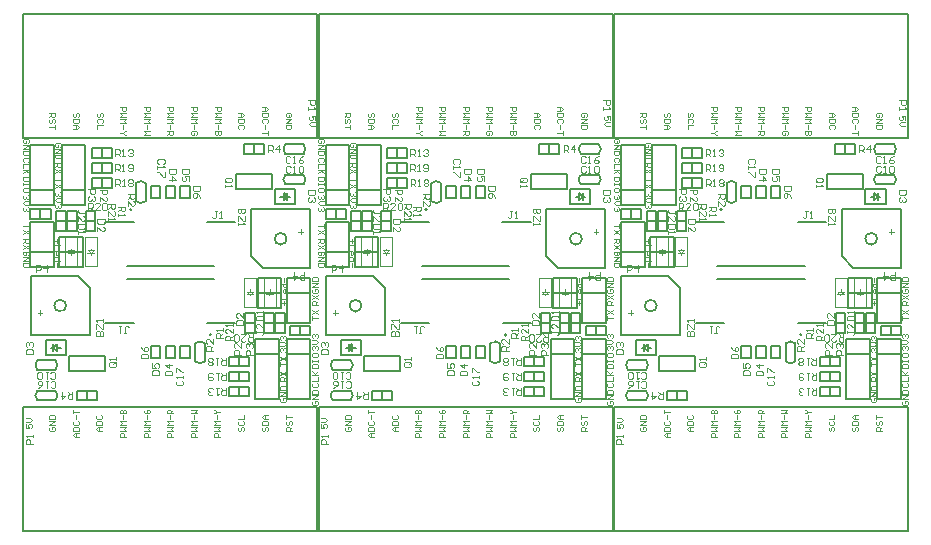
<source format=gto>
G04*
G04 #@! TF.GenerationSoftware,Altium Limited,Altium Designer,21.1.0 (24)*
G04*
G04 Layer_Color=127485*
%FSLAX25Y25*%
%MOIN*%
G70*
G04*
G04 #@! TF.SameCoordinates,E17B2B31-19E6-4FC6-9C55-F749E7A6AAE1*
G04*
G04*
G04 #@! TF.FilePolarity,Positive*
G04*
G01*
G75*
%ADD11C,0.00787*%
%ADD36C,0.00500*%
%ADD37C,0.00787*%
%ADD38C,0.00600*%
%ADD39C,0.00394*%
D11*
X259316Y117235D02*
G03*
X259316Y117235I0J-302D01*
G01*
X292717Y131017D02*
X284843D01*
X292717Y121017D02*
Y136017D01*
X284843D01*
Y121017D02*
Y136017D01*
X292717Y121017D02*
X284843D01*
X282284Y110546D02*
X274410D01*
X282284Y95546D02*
Y115546D01*
X274410D01*
X282284Y95546D02*
X274410D01*
Y115546D01*
X260631Y135559D02*
X231497D01*
X233816Y120992D02*
X224410D01*
X267717D02*
X258355D01*
X283071Y136017D02*
X275197D01*
X283071Y131017D02*
X275197D01*
Y126017D02*
Y136017D01*
X283071Y126017D02*
X275197D01*
X283071D02*
Y136017D01*
X284843Y95546D02*
Y115546D01*
X292717Y95546D02*
X284843D01*
X292717Y115546D02*
X284843D01*
X292717Y95546D02*
Y115546D01*
Y110546D02*
X284843D01*
X160891Y117235D02*
G03*
X160891Y117235I0J-302D01*
G01*
X194292Y131017D02*
X186418D01*
X194292Y121017D02*
Y136017D01*
X186418D01*
Y121017D02*
Y136017D01*
X194292Y121017D02*
X186418D01*
X183859Y110546D02*
X175985D01*
X183859Y95546D02*
Y115546D01*
X175985D01*
X183859Y95546D02*
X175985D01*
Y115546D01*
X162206Y135559D02*
X133072D01*
X135391Y120992D02*
X125985D01*
X169292D02*
X159930D01*
X184646Y136017D02*
X176772D01*
X184646Y131017D02*
X176772D01*
Y126017D02*
Y136017D01*
X184646Y126017D02*
X176772D01*
X184646D02*
Y136017D01*
X186418Y95546D02*
Y115546D01*
X194292Y95546D02*
X186418D01*
X194292Y115546D02*
X186418D01*
X194292Y95546D02*
Y115546D01*
Y110546D02*
X186418D01*
X62465Y117235D02*
G03*
X62465Y117235I0J-302D01*
G01*
X95867Y131017D02*
X87993D01*
X95867Y121017D02*
Y136017D01*
X87993D01*
Y121017D02*
Y136017D01*
X95867Y121017D02*
X87993D01*
X85434Y110546D02*
X77560D01*
X85434Y95546D02*
Y115546D01*
X77560D01*
X85434Y95546D02*
X77560D01*
Y115546D01*
X63780Y135559D02*
X34646D01*
X36965Y120992D02*
X27560D01*
X70867D02*
X61505D01*
X86221Y136017D02*
X78347D01*
X86221Y131017D02*
X78347D01*
Y126017D02*
Y136017D01*
X86221Y126017D02*
X78347D01*
X86221D02*
Y136017D01*
X87993Y95546D02*
Y115546D01*
X95867Y95546D02*
X87993D01*
X95867Y115546D02*
X87993D01*
X95867Y95546D02*
Y115546D01*
Y110546D02*
X87993D01*
X35961Y158356D02*
G03*
X35961Y158356I0J302D01*
G01*
X2560Y144573D02*
X10434D01*
X2560Y154573D02*
Y139573D01*
X10434D01*
Y154573D02*
Y139573D01*
X2560Y154573D02*
X10434D01*
X12993Y165044D02*
X20867D01*
X12993Y180044D02*
Y160044D01*
X20867D01*
X12993Y180044D02*
X20867D01*
Y160044D01*
X34646Y140032D02*
X63780D01*
X61461Y154599D02*
X70867D01*
X27560D02*
X36922D01*
X12206Y139573D02*
X20080D01*
X12206Y144573D02*
X20080D01*
Y149573D02*
Y139573D01*
X12206Y149573D02*
X20080D01*
X12206D02*
Y139573D01*
X10434Y180044D02*
Y160044D01*
X2560Y180044D02*
X10434D01*
X2560Y160044D02*
X10434D01*
X2560Y180044D02*
Y160044D01*
Y165044D02*
X10434D01*
X134387Y158356D02*
G03*
X134387Y158356I0J302D01*
G01*
X100985Y144573D02*
X108859D01*
X100985Y154573D02*
Y139573D01*
X108859D01*
Y154573D02*
Y139573D01*
X100985Y154573D02*
X108859D01*
X111418Y165044D02*
X119292D01*
X111418Y180044D02*
Y160044D01*
X119292D01*
X111418Y180044D02*
X119292D01*
Y160044D01*
X133072Y140032D02*
X162206D01*
X159887Y154599D02*
X169292D01*
X125985D02*
X135347D01*
X110631Y139573D02*
X118505D01*
X110631Y144573D02*
X118505D01*
Y149573D02*
Y139573D01*
X110631Y149573D02*
X118505D01*
X110631D02*
Y139573D01*
X108859Y180044D02*
Y160044D01*
X100985Y180044D02*
X108859D01*
X100985Y160044D02*
X108859D01*
X100985Y180044D02*
Y160044D01*
Y165044D02*
X108859D01*
X232812Y158356D02*
G03*
X232812Y158356I0J302D01*
G01*
X199410Y144573D02*
X207284D01*
X199410Y154573D02*
Y139573D01*
X207284D01*
Y154573D02*
Y139573D01*
X199410Y154573D02*
X207284D01*
X209843Y165044D02*
X217717D01*
X209843Y180044D02*
Y160044D01*
X217717D01*
X209843Y180044D02*
X217717D01*
Y160044D01*
X231497Y140032D02*
X260631D01*
X258312Y154599D02*
X267717D01*
X224410D02*
X233772D01*
X209056Y139573D02*
X216930D01*
X209056Y144573D02*
X216930D01*
Y149573D02*
Y139573D01*
X209056Y149573D02*
X216930D01*
X209056D02*
Y139573D01*
X207284Y180044D02*
Y160044D01*
X199410Y180044D02*
X207284D01*
X199410Y160044D02*
X207284D01*
X199410Y180044D02*
Y160044D01*
Y165044D02*
X207284D01*
D36*
X201694Y98302D02*
G03*
X201694Y95153I1575J-1575D01*
G01*
X207757D02*
G03*
X207757Y98302I-1575J1575D01*
G01*
X209321Y128612D02*
G03*
X209321Y128612I0J-1969D01*
G01*
X207757Y105299D02*
G03*
X207757Y108448I-1575J1575D01*
G01*
X201694D02*
G03*
X201694Y105299I1575J-1575D01*
G01*
X254331Y108046D02*
G03*
X257481Y108046I1575J1575D01*
G01*
Y114109D02*
G03*
X254331Y114109I-1575J-1575D01*
G01*
X207757Y98302D02*
X201694D01*
X207757Y95153D02*
X201694D01*
X207087Y111421D02*
Y113783D01*
X208269Y111421D02*
Y113783D01*
X207087Y112602D02*
X206300D01*
X208269Y111421D02*
X207087Y112602D01*
X208269Y113783D01*
X209450Y112602D02*
X208269D01*
X219164Y132549D02*
X215227Y136486D01*
X199479D01*
Y116801D02*
Y136486D01*
X219164Y116801D02*
Y132549D01*
Y116801D02*
X199479D01*
X252560Y109109D02*
X249410D01*
X252560Y113046D02*
X249410D01*
Y109109D02*
Y113046D01*
X252560Y109109D02*
Y113046D01*
X280512Y120866D02*
X277363D01*
X280512Y124213D02*
X277363D01*
X280512Y117520D02*
X277363D01*
X280512D02*
Y124213D01*
X277363Y117520D02*
Y124213D01*
X242717Y109109D02*
X239568D01*
X242717Y113046D02*
X239568D01*
Y109109D02*
Y113046D01*
X242717Y109109D02*
Y113046D01*
X247639Y109109D02*
X244489D01*
X247639Y113046D02*
X244489D01*
Y109109D02*
Y113046D01*
X247639Y109109D02*
Y113046D01*
X207757Y105299D02*
X201694D01*
X207757Y108448D02*
X201694D01*
X254331Y108046D02*
Y114109D01*
X257481Y108046D02*
Y114109D01*
X281024Y117509D02*
Y124202D01*
X284174Y117509D02*
Y124202D01*
Y117509D02*
X281024D01*
X284174Y124202D02*
X281024D01*
X284174Y120856D02*
X281024D01*
X292717Y119950D02*
X286024D01*
X292717Y116800D02*
X286024D01*
Y119950D01*
X292717Y116800D02*
Y119950D01*
X289371Y116800D02*
Y119950D01*
X272277Y104621D02*
X265584D01*
X272277Y101471D02*
X265584D01*
Y104621D01*
X272277Y101471D02*
Y104621D01*
X268931Y101471D02*
Y104621D01*
X272277Y109621D02*
X265584D01*
X272277Y106472D02*
X265584D01*
Y109621D01*
X272277Y106472D02*
Y109621D01*
X268931Y106472D02*
Y109621D01*
X272277Y96472D02*
X265584D01*
X272277Y99621D02*
X265584D01*
X272277Y96472D02*
Y99621D01*
X265584Y96472D02*
Y99621D01*
X268931Y96472D02*
Y99621D01*
X221526Y98302D02*
X214833D01*
X221526Y95153D02*
X214833D01*
Y98302D01*
X221526Y95153D02*
Y98302D01*
X218180Y95153D02*
Y98302D01*
X271057Y117520D02*
Y124213D01*
X274206Y117520D02*
Y124213D01*
Y117520D02*
X271057D01*
X274206Y124213D02*
X271057D01*
X274206Y120866D02*
X271057D01*
X103269Y98302D02*
G03*
X103269Y95153I1575J-1575D01*
G01*
X109332D02*
G03*
X109332Y98302I-1575J1575D01*
G01*
X110896Y128612D02*
G03*
X110896Y128612I0J-1969D01*
G01*
X109332Y105299D02*
G03*
X109332Y108448I-1575J1575D01*
G01*
X103269D02*
G03*
X103269Y105299I1575J-1575D01*
G01*
X155906Y108046D02*
G03*
X159056Y108046I1575J1575D01*
G01*
Y114109D02*
G03*
X155906Y114109I-1575J-1575D01*
G01*
X109332Y98302D02*
X103269D01*
X109332Y95153D02*
X103269D01*
X108662Y111421D02*
Y113783D01*
X109843Y111421D02*
Y113783D01*
X108662Y112602D02*
X107875D01*
X109843Y111421D02*
X108662Y112602D01*
X109843Y113783D01*
X111024Y112602D02*
X109843D01*
X120739Y132549D02*
X116802Y136486D01*
X101054D01*
Y116801D02*
Y136486D01*
X120739Y116801D02*
Y132549D01*
Y116801D02*
X101054D01*
X154135Y109109D02*
X150985D01*
X154135Y113046D02*
X150985D01*
Y109109D02*
Y113046D01*
X154135Y109109D02*
Y113046D01*
X182087Y120866D02*
X178938D01*
X182087Y124213D02*
X178938D01*
X182087Y117520D02*
X178938D01*
X182087D02*
Y124213D01*
X178938Y117520D02*
Y124213D01*
X144292Y109109D02*
X141142D01*
X144292Y113046D02*
X141142D01*
Y109109D02*
Y113046D01*
X144292Y109109D02*
Y113046D01*
X149213Y109109D02*
X146064D01*
X149213Y113046D02*
X146064D01*
Y109109D02*
Y113046D01*
X149213Y109109D02*
Y113046D01*
X109332Y105299D02*
X103269D01*
X109332Y108448D02*
X103269D01*
X155906Y108046D02*
Y114109D01*
X159056Y108046D02*
Y114109D01*
X182599Y117509D02*
Y124202D01*
X185749Y117509D02*
Y124202D01*
Y117509D02*
X182599D01*
X185749Y124202D02*
X182599D01*
X185749Y120856D02*
X182599D01*
X194292Y119950D02*
X187599D01*
X194292Y116800D02*
X187599D01*
Y119950D01*
X194292Y116800D02*
Y119950D01*
X190946Y116800D02*
Y119950D01*
X173852Y104621D02*
X167159D01*
X173852Y101471D02*
X167159D01*
Y104621D01*
X173852Y101471D02*
Y104621D01*
X170506Y101471D02*
Y104621D01*
X173852Y109621D02*
X167159D01*
X173852Y106472D02*
X167159D01*
Y109621D01*
X173852Y106472D02*
Y109621D01*
X170506Y106472D02*
Y109621D01*
X173852Y96472D02*
X167159D01*
X173852Y99621D02*
X167159D01*
X173852Y96472D02*
Y99621D01*
X167159Y96472D02*
Y99621D01*
X170506Y96472D02*
Y99621D01*
X123101Y98302D02*
X116408D01*
X123101Y95153D02*
X116408D01*
Y98302D01*
X123101Y95153D02*
Y98302D01*
X119755Y95153D02*
Y98302D01*
X172632Y117520D02*
Y124213D01*
X175781Y117520D02*
Y124213D01*
Y117520D02*
X172632D01*
X175781Y124213D02*
X172632D01*
X175781Y120866D02*
X172632D01*
X4843Y98302D02*
G03*
X4843Y95153I1575J-1575D01*
G01*
X10906D02*
G03*
X10906Y98302I-1575J1575D01*
G01*
X12471Y128612D02*
G03*
X12471Y128612I0J-1969D01*
G01*
X10906Y105299D02*
G03*
X10906Y108448I-1575J1575D01*
G01*
X4843D02*
G03*
X4843Y105299I1575J-1575D01*
G01*
X57481Y108046D02*
G03*
X60631Y108046I1575J1575D01*
G01*
Y114109D02*
G03*
X57481Y114109I-1575J-1575D01*
G01*
X10906Y98302D02*
X4843D01*
X10906Y95153D02*
X4843D01*
X10237Y111421D02*
Y113783D01*
X11418Y111421D02*
Y113783D01*
X10237Y112602D02*
X9450D01*
X11418Y111421D02*
X10237Y112602D01*
X11418Y113783D01*
X12599Y112602D02*
X11418D01*
X22313Y132549D02*
X18376Y136486D01*
X2629D01*
Y116801D02*
Y136486D01*
X22313Y116801D02*
Y132549D01*
Y116801D02*
X2629D01*
X55709Y109109D02*
X52560D01*
X55709Y113046D02*
X52560D01*
Y109109D02*
Y113046D01*
X55709Y109109D02*
Y113046D01*
X83662Y120866D02*
X80512D01*
X83662Y124213D02*
X80512D01*
X83662Y117520D02*
X80512D01*
X83662D02*
Y124213D01*
X80512Y117520D02*
Y124213D01*
X45867Y109109D02*
X42717D01*
X45867Y113046D02*
X42717D01*
Y109109D02*
Y113046D01*
X45867Y109109D02*
Y113046D01*
X50788Y109109D02*
X47639D01*
X50788Y113046D02*
X47639D01*
Y109109D02*
Y113046D01*
X50788Y109109D02*
Y113046D01*
X10906Y105299D02*
X4843D01*
X10906Y108448D02*
X4843D01*
X57481Y108046D02*
Y114109D01*
X60631Y108046D02*
Y114109D01*
X84174Y117509D02*
Y124202D01*
X87324Y117509D02*
Y124202D01*
Y117509D02*
X84174D01*
X87324Y124202D02*
X84174D01*
X87324Y120856D02*
X84174D01*
X95867Y119950D02*
X89174D01*
X95867Y116800D02*
X89174D01*
Y119950D01*
X95867Y116800D02*
Y119950D01*
X92520Y116800D02*
Y119950D01*
X75427Y104621D02*
X68734D01*
X75427Y101471D02*
X68734D01*
Y104621D01*
X75427Y101471D02*
Y104621D01*
X72080Y101471D02*
Y104621D01*
X75427Y109621D02*
X68734D01*
X75427Y106472D02*
X68734D01*
Y109621D01*
X75427Y106472D02*
Y109621D01*
X72080Y106472D02*
Y109621D01*
X75427Y96472D02*
X68734D01*
X75427Y99621D02*
X68734D01*
X75427Y96472D02*
Y99621D01*
X68734Y96472D02*
Y99621D01*
X72080Y96472D02*
Y99621D01*
X24676Y98302D02*
X17983D01*
X24676Y95153D02*
X17983D01*
Y98302D01*
X24676Y95153D02*
Y98302D01*
X21329Y95153D02*
Y98302D01*
X74207Y117520D02*
Y124213D01*
X77356Y117520D02*
Y124213D01*
Y117520D02*
X74207D01*
X77356Y124213D02*
X74207D01*
X77356Y120866D02*
X74207D01*
X93583Y177288D02*
G03*
X93583Y180438I-1575J1575D01*
G01*
X87520D02*
G03*
X87520Y177288I1575J-1575D01*
G01*
X85956Y146979D02*
G03*
X85956Y146979I0J1969D01*
G01*
X87520Y170292D02*
G03*
X87520Y167142I1575J-1575D01*
G01*
X93583D02*
G03*
X93583Y170292I-1575J1575D01*
G01*
X40946Y167544D02*
G03*
X37796Y167544I-1575J-1575D01*
G01*
Y161481D02*
G03*
X40946Y161481I1575J1575D01*
G01*
X87520Y177288D02*
X93583D01*
X87520Y180438D02*
X93583D01*
X88190Y164170D02*
Y161808D01*
X87009Y164170D02*
Y161808D01*
X88190Y162989D02*
X88977D01*
X87009Y164170D02*
X88190Y162989D01*
X87009Y161808D01*
X85827Y162989D02*
X87009D01*
X76113Y143042D02*
X80050Y139105D01*
X95798D01*
Y158790D02*
Y139105D01*
X76113Y158790D02*
Y143042D01*
Y158790D02*
X95798D01*
X42717Y166481D02*
X45867D01*
X42717Y162544D02*
X45867D01*
Y166481D02*
Y162544D01*
X42717Y166481D02*
Y162544D01*
X14765Y154724D02*
X17914D01*
X14765Y151378D02*
X17914D01*
X14765Y158071D02*
X17914D01*
X14765D02*
Y151378D01*
X17914Y158071D02*
Y151378D01*
X52560Y166481D02*
X55709D01*
X52560Y162544D02*
X55709D01*
Y166481D02*
Y162544D01*
X52560Y166481D02*
Y162544D01*
X47639Y166481D02*
X50788D01*
X47639Y162544D02*
X50788D01*
Y166481D02*
Y162544D01*
X47639Y166481D02*
Y162544D01*
X87520Y170292D02*
X93583D01*
X87520Y167142D02*
X93583D01*
X40946Y167544D02*
Y161481D01*
X37796Y167544D02*
Y161481D01*
X14253Y158081D02*
Y151389D01*
X11103Y158081D02*
Y151389D01*
Y158081D02*
X14253D01*
X11103Y151389D02*
X14253D01*
X11103Y154735D02*
X14253D01*
X2560Y155640D02*
X9253D01*
X2560Y158790D02*
X9253D01*
Y155640D01*
X2560Y158790D02*
Y155640D01*
X5906Y158790D02*
Y155640D01*
X23000Y170969D02*
X29693D01*
X23000Y174119D02*
X29693D01*
Y170969D01*
X23000Y174119D02*
Y170969D01*
X26346Y174119D02*
Y170969D01*
X23000Y165970D02*
X29693D01*
X23000Y169119D02*
X29693D01*
Y165970D01*
X23000Y169119D02*
Y165970D01*
X26346Y169119D02*
Y165970D01*
X23000Y179119D02*
X29693D01*
X23000Y175970D02*
X29693D01*
X23000Y179119D02*
Y175970D01*
X29693Y179119D02*
Y175970D01*
X26346Y179119D02*
Y175970D01*
X73751Y177288D02*
X80444D01*
X73751Y180438D02*
X80444D01*
Y177288D01*
X73751Y180438D02*
Y177288D01*
X77097Y180438D02*
Y177288D01*
X24220Y158071D02*
Y151378D01*
X21071Y158071D02*
Y151378D01*
Y158071D02*
X24220D01*
X21071Y151378D02*
X24220D01*
X21071Y154724D02*
X24220D01*
X192008Y177288D02*
G03*
X192008Y180438I-1575J1575D01*
G01*
X185946D02*
G03*
X185946Y177288I1575J-1575D01*
G01*
X184381Y146979D02*
G03*
X184381Y146979I0J1969D01*
G01*
X185946Y170292D02*
G03*
X185946Y167142I1575J-1575D01*
G01*
X192008D02*
G03*
X192008Y170292I-1575J1575D01*
G01*
X139371Y167544D02*
G03*
X136221Y167544I-1575J-1575D01*
G01*
Y161481D02*
G03*
X139371Y161481I1575J1575D01*
G01*
X185946Y177288D02*
X192008D01*
X185946Y180438D02*
X192008D01*
X186615Y164170D02*
Y161808D01*
X185434Y164170D02*
Y161808D01*
X186615Y162989D02*
X187402D01*
X185434Y164170D02*
X186615Y162989D01*
X185434Y161808D01*
X184253Y162989D02*
X185434D01*
X174538Y143042D02*
X178475Y139105D01*
X194223D01*
Y158790D02*
Y139105D01*
X174538Y158790D02*
Y143042D01*
Y158790D02*
X194223D01*
X141142Y166481D02*
X144292D01*
X141142Y162544D02*
X144292D01*
Y166481D02*
Y162544D01*
X141142Y166481D02*
Y162544D01*
X113190Y154724D02*
X116340D01*
X113190Y151378D02*
X116340D01*
X113190Y158071D02*
X116340D01*
X113190D02*
Y151378D01*
X116340Y158071D02*
Y151378D01*
X150985Y166481D02*
X154135D01*
X150985Y162544D02*
X154135D01*
Y166481D02*
Y162544D01*
X150985Y166481D02*
Y162544D01*
X146064Y166481D02*
X149213D01*
X146064Y162544D02*
X149213D01*
Y166481D02*
Y162544D01*
X146064Y166481D02*
Y162544D01*
X185946Y170292D02*
X192008D01*
X185946Y167142D02*
X192008D01*
X139371Y167544D02*
Y161481D01*
X136221Y167544D02*
Y161481D01*
X112678Y158081D02*
Y151389D01*
X109528Y158081D02*
Y151389D01*
Y158081D02*
X112678D01*
X109528Y151389D02*
X112678D01*
X109528Y154735D02*
X112678D01*
X100985Y155640D02*
X107678D01*
X100985Y158790D02*
X107678D01*
Y155640D01*
X100985Y158790D02*
Y155640D01*
X104332Y158790D02*
Y155640D01*
X121425Y170969D02*
X128118D01*
X121425Y174119D02*
X128118D01*
Y170969D01*
X121425Y174119D02*
Y170969D01*
X124771Y174119D02*
Y170969D01*
X121425Y165970D02*
X128118D01*
X121425Y169119D02*
X128118D01*
Y165970D01*
X121425Y169119D02*
Y165970D01*
X124771Y169119D02*
Y165970D01*
X121425Y179119D02*
X128118D01*
X121425Y175970D02*
X128118D01*
X121425Y179119D02*
Y175970D01*
X128118Y179119D02*
Y175970D01*
X124771Y179119D02*
Y175970D01*
X172176Y177288D02*
X178869D01*
X172176Y180438D02*
X178869D01*
Y177288D01*
X172176Y180438D02*
Y177288D01*
X175523Y180438D02*
Y177288D01*
X122645Y158071D02*
Y151378D01*
X119496Y158071D02*
Y151378D01*
Y158071D02*
X122645D01*
X119496Y151378D02*
X122645D01*
X119496Y154724D02*
X122645D01*
X290434Y177288D02*
G03*
X290434Y180438I-1575J1575D01*
G01*
X284371D02*
G03*
X284371Y177288I1575J-1575D01*
G01*
X282806Y146979D02*
G03*
X282806Y146979I0J1969D01*
G01*
X284371Y170292D02*
G03*
X284371Y167142I1575J-1575D01*
G01*
X290434D02*
G03*
X290434Y170292I-1575J1575D01*
G01*
X237796Y167544D02*
G03*
X234647Y167544I-1575J-1575D01*
G01*
Y161481D02*
G03*
X237796Y161481I1575J1575D01*
G01*
X284371Y177288D02*
X290434D01*
X284371Y180438D02*
X290434D01*
X285040Y164170D02*
Y161808D01*
X283859Y164170D02*
Y161808D01*
X285040Y162989D02*
X285827D01*
X283859Y164170D02*
X285040Y162989D01*
X283859Y161808D01*
X282678Y162989D02*
X283859D01*
X272964Y143042D02*
X276901Y139105D01*
X292649D01*
Y158790D02*
Y139105D01*
X272964Y158790D02*
Y143042D01*
Y158790D02*
X292649D01*
X239568Y166481D02*
X242717D01*
X239568Y162544D02*
X242717D01*
Y166481D02*
Y162544D01*
X239568Y166481D02*
Y162544D01*
X211615Y154724D02*
X214765D01*
X211615Y151378D02*
X214765D01*
X211615Y158071D02*
X214765D01*
X211615D02*
Y151378D01*
X214765Y158071D02*
Y151378D01*
X249410Y166481D02*
X252560D01*
X249410Y162544D02*
X252560D01*
Y166481D02*
Y162544D01*
X249410Y166481D02*
Y162544D01*
X244489Y166481D02*
X247639D01*
X244489Y162544D02*
X247639D01*
Y166481D02*
Y162544D01*
X244489Y166481D02*
Y162544D01*
X284371Y170292D02*
X290434D01*
X284371Y167142D02*
X290434D01*
X237796Y167544D02*
Y161481D01*
X234647Y167544D02*
Y161481D01*
X211103Y158081D02*
Y151389D01*
X207954Y158081D02*
Y151389D01*
Y158081D02*
X211103D01*
X207954Y151389D02*
X211103D01*
X207954Y154735D02*
X211103D01*
X199410Y155640D02*
X206103D01*
X199410Y158790D02*
X206103D01*
Y155640D01*
X199410Y158790D02*
Y155640D01*
X202757Y158790D02*
Y155640D01*
X219850Y170969D02*
X226543D01*
X219850Y174119D02*
X226543D01*
Y170969D01*
X219850Y174119D02*
Y170969D01*
X223197Y174119D02*
Y170969D01*
X219850Y165970D02*
X226543D01*
X219850Y169119D02*
X226543D01*
Y165970D01*
X219850Y169119D02*
Y165970D01*
X223197Y169119D02*
Y165970D01*
X219850Y179119D02*
X226543D01*
X219850Y175970D02*
X226543D01*
X219850Y179119D02*
Y175970D01*
X226543Y179119D02*
Y175970D01*
X223197Y179119D02*
Y175970D01*
X270601Y177288D02*
X277294D01*
X270601Y180438D02*
X277294D01*
Y177288D01*
X270601Y180438D02*
Y177288D01*
X273948Y180438D02*
Y177288D01*
X221071Y158071D02*
Y151378D01*
X217921Y158071D02*
Y151378D01*
Y158071D02*
X221071D01*
X217921Y151378D02*
X221071D01*
X217921Y154724D02*
X221071D01*
D37*
X295080Y51594D02*
Y93012D01*
X197048D01*
X295080Y51594D02*
X197048D01*
Y93012D01*
X196655Y51594D02*
Y93012D01*
X98623D01*
X196655Y51594D02*
X98623D01*
Y93012D01*
X98229Y51594D02*
Y93012D01*
X197D01*
X98229Y51594D02*
X197D01*
Y93012D01*
X197Y223996D02*
Y182578D01*
X98229D01*
X197Y223996D02*
X98229D01*
Y182578D01*
X98623Y223996D02*
Y182578D01*
X196655D01*
X98623Y223996D02*
X196655D01*
Y182578D01*
X197048Y223996D02*
Y182578D01*
X295080D01*
X197048Y223996D02*
X295080D01*
Y182578D01*
D38*
X212180Y104902D02*
Y109902D01*
X224180Y104902D02*
X212180D01*
X224180D02*
Y109902D01*
X212180D01*
X211221Y115161D02*
X204528D01*
Y110043D02*
Y115161D01*
X211221Y110043D02*
Y115161D01*
Y110043D02*
X204528D01*
X113754Y104902D02*
Y109902D01*
X125754Y104902D02*
X113754D01*
X125754D02*
Y109902D01*
X113754D01*
X112796Y115161D02*
X106103D01*
Y110043D02*
Y115161D01*
X112796Y110043D02*
Y115161D01*
Y110043D02*
X106103D01*
X15329Y104902D02*
Y109902D01*
X27329Y104902D02*
X15329D01*
X27329D02*
Y109902D01*
X15329D01*
X14371Y115161D02*
X7678D01*
Y110043D02*
Y115161D01*
X14371Y110043D02*
Y115161D01*
Y110043D02*
X7678D01*
X83097Y170689D02*
Y165689D01*
X71097Y170689D02*
X83097D01*
X71097D02*
Y165689D01*
X83097D01*
X84056Y160430D02*
X90749D01*
Y165548D02*
Y160430D01*
X84056Y165548D02*
Y160430D01*
Y165548D02*
X90749D01*
X181523Y170689D02*
Y165689D01*
X169523Y170689D02*
X181523D01*
X169523D02*
Y165689D01*
X181523D01*
X182481Y160430D02*
X189174D01*
Y165548D02*
Y160430D01*
X182481Y165548D02*
Y160430D01*
Y165548D02*
X189174D01*
X279948Y170689D02*
Y165689D01*
X267948Y170689D02*
X279948D01*
X267948D02*
Y165689D01*
X279948D01*
X280906Y160430D02*
X287599D01*
Y165548D02*
Y160430D01*
X280906Y165548D02*
Y160430D01*
Y165548D02*
X287599D01*
D39*
X278077Y130531D02*
X278741Y131194D01*
X279095Y131332D02*
Y132041D01*
X280065Y130539D02*
X279449Y131155D01*
X281103Y135840D02*
X277166D01*
X280217Y131313D02*
X278170D01*
X277166Y126195D02*
Y135840D01*
X280124Y130486D02*
X278075D01*
X279075Y130092D02*
Y130387D01*
X281103Y126195D02*
Y135840D01*
Y126195D02*
X277166D01*
X272573Y130106D02*
Y130401D01*
X273714Y131326D02*
X271667D01*
X272592Y131346D02*
Y132055D01*
X271574Y130545D02*
X272238Y131208D01*
X273563Y130553D02*
X272947Y131169D01*
X273621Y130500D02*
X271572D01*
X274600Y126208D02*
X270663D01*
Y135854D01*
X274600D02*
X270663D01*
X274600Y126208D02*
Y135854D01*
X202628Y125069D02*
Y123494D01*
X203415Y124282D02*
X201841D01*
X197954Y87099D02*
Y85787D01*
X198938D01*
X198610Y86443D01*
Y86771D01*
X198938Y87099D01*
X199594D01*
X199922Y86771D01*
Y86115D01*
X199594Y85787D01*
X197954Y87755D02*
X199266D01*
X199922Y88411D01*
X199266Y89067D01*
X197954D01*
X206038Y86115D02*
X205710Y85787D01*
Y85131D01*
X206038Y84803D01*
X207350D01*
X207678Y85131D01*
Y85787D01*
X207350Y86115D01*
X206694D01*
Y85459D01*
X207678Y86771D02*
X205710D01*
X207678Y88083D01*
X205710D01*
Y88739D02*
X207678D01*
Y89723D01*
X207350Y90051D01*
X206038D01*
X205710Y89723D01*
Y88739D01*
X223387Y84803D02*
X222075D01*
X221419Y85459D01*
X222075Y86115D01*
X223387D01*
X222403D01*
Y84803D01*
X221419Y86771D02*
X223387D01*
Y87755D01*
X223059Y88083D01*
X221747D01*
X221419Y87755D01*
Y86771D01*
X221747Y90051D02*
X221419Y89723D01*
Y89067D01*
X221747Y88739D01*
X223059D01*
X223387Y89067D01*
Y89723D01*
X223059Y90051D01*
X231300Y82835D02*
X229332D01*
Y83819D01*
X229660Y84147D01*
X230316D01*
X230644Y83819D01*
Y82835D01*
X229332Y84803D02*
X231300D01*
X230644Y85459D01*
X231300Y86115D01*
X229332D01*
X231300Y86771D02*
X229332D01*
X229988Y87427D01*
X229332Y88083D01*
X231300D01*
X230316Y88739D02*
Y90051D01*
X229332Y90707D02*
X231300D01*
Y91691D01*
X230972Y92019D01*
X230644D01*
X230316Y91691D01*
Y90707D01*
Y91691D01*
X229988Y92019D01*
X229660D01*
X229332Y91691D01*
Y90707D01*
X239135Y82835D02*
X237167D01*
Y83819D01*
X237495Y84147D01*
X238151D01*
X238479Y83819D01*
Y82835D01*
X237167Y84803D02*
X239135D01*
X238479Y85459D01*
X239135Y86115D01*
X237167D01*
X239135Y86771D02*
X237167D01*
X237823Y87427D01*
X237167Y88083D01*
X239135D01*
X238151Y88739D02*
Y90051D01*
X237495Y92019D02*
X237167Y91691D01*
Y91035D01*
X237495Y90707D01*
X238807D01*
X239135Y91035D01*
Y91691D01*
X238807Y92019D01*
X238151D01*
Y91363D01*
X247048Y82835D02*
X245080D01*
Y83819D01*
X245408Y84147D01*
X246064D01*
X246392Y83819D01*
Y82835D01*
X245080Y84803D02*
X247048D01*
X246392Y85459D01*
X247048Y86115D01*
X245080D01*
X247048Y86771D02*
X245080D01*
X245736Y87427D01*
X245080Y88083D01*
X247048D01*
X246064Y88739D02*
Y90051D01*
X247048Y90707D02*
X245080D01*
Y91691D01*
X245408Y92019D01*
X246064D01*
X246392Y91691D01*
Y90707D01*
Y91363D02*
X247048Y92019D01*
X254843Y82835D02*
X252875D01*
Y83819D01*
X253203Y84147D01*
X253859D01*
X254187Y83819D01*
Y82835D01*
X252875Y84803D02*
X254843D01*
X254187Y85459D01*
X254843Y86115D01*
X252875D01*
X254843Y86771D02*
X252875D01*
X253531Y87427D01*
X252875Y88083D01*
X254843D01*
X253859Y88739D02*
Y90051D01*
X252875Y90707D02*
X254843D01*
X254187Y91363D01*
X254843Y92019D01*
X252875D01*
X262717Y82835D02*
X260749D01*
Y83819D01*
X261077Y84147D01*
X261733D01*
X262061Y83819D01*
Y82835D01*
X260749Y84803D02*
X262717D01*
X262061Y85459D01*
X262717Y86115D01*
X260749D01*
X262717Y86771D02*
X260749D01*
X261405Y87427D01*
X260749Y88083D01*
X262717D01*
X261733Y88739D02*
Y90051D01*
X260749Y90707D02*
X261077D01*
X261733Y91363D01*
X261077Y92019D01*
X260749D01*
X261733Y91363D02*
X262717D01*
X268912Y86115D02*
X268584Y85787D01*
Y85131D01*
X268912Y84803D01*
X269240D01*
X269568Y85131D01*
Y85787D01*
X269896Y86115D01*
X270224D01*
X270552Y85787D01*
Y85131D01*
X270224Y84803D01*
X268912Y88083D02*
X268584Y87755D01*
Y87099D01*
X268912Y86771D01*
X270224D01*
X270552Y87099D01*
Y87755D01*
X270224Y88083D01*
X268584Y88739D02*
X270552D01*
Y90051D01*
X276865Y86115D02*
X276537Y85787D01*
Y85131D01*
X276865Y84803D01*
X277193D01*
X277521Y85131D01*
Y85787D01*
X277849Y86115D01*
X278177D01*
X278505Y85787D01*
Y85131D01*
X278177Y84803D01*
X276537Y86771D02*
X278505D01*
Y87755D01*
X278177Y88083D01*
X276865D01*
X276537Y87755D01*
Y86771D01*
X278505Y88739D02*
X277193D01*
X276537Y89395D01*
X277193Y90051D01*
X278505D01*
X277521D01*
Y88739D01*
X286457Y84803D02*
X284490D01*
Y85787D01*
X284818Y86115D01*
X285473D01*
X285802Y85787D01*
Y84803D01*
Y85459D02*
X286457Y86115D01*
X284818Y88083D02*
X284490Y87755D01*
Y87099D01*
X284818Y86771D01*
X285145D01*
X285473Y87099D01*
Y87755D01*
X285802Y88083D01*
X286129D01*
X286457Y87755D01*
Y87099D01*
X286129Y86771D01*
X284490Y88739D02*
Y90051D01*
Y89395D01*
X286457D01*
X215591Y82835D02*
X214279D01*
X213623Y83491D01*
X214279Y84147D01*
X215591D01*
X214607D01*
Y82835D01*
X213623Y84803D02*
X215591D01*
Y85787D01*
X215263Y86115D01*
X213951D01*
X213623Y85787D01*
Y84803D01*
X213951Y88083D02*
X213623Y87755D01*
Y87099D01*
X213951Y86771D01*
X215263D01*
X215591Y87099D01*
Y87755D01*
X215263Y88083D01*
X214607Y88739D02*
Y90051D01*
X213623Y90707D02*
Y92019D01*
Y91363D01*
X215591D01*
X293230Y121877D02*
Y123189D01*
Y122533D01*
X295198D01*
X293230Y123845D02*
X295198Y125157D01*
X293230D02*
X295198Y123845D01*
Y126877D02*
X293230D01*
Y127861D01*
X293558Y128189D01*
X294214D01*
X294542Y127861D01*
Y126877D01*
Y127533D02*
X295198Y128189D01*
X293230Y128845D02*
X295198Y130157D01*
X293230D02*
X295198Y128845D01*
X293558Y132205D02*
X293230Y131877D01*
Y131221D01*
X293558Y130894D01*
X294870D01*
X295198Y131221D01*
Y131877D01*
X294870Y132205D01*
X294214D01*
Y131550D01*
X295198Y132861D02*
X293230D01*
X295198Y134173D01*
X293230D01*
Y134829D02*
X295198D01*
Y135813D01*
X294870Y136141D01*
X293558D01*
X293230Y135813D01*
Y134829D01*
X293558Y111997D02*
X293230Y112325D01*
Y112981D01*
X293558Y113309D01*
X293886D01*
X294214Y112981D01*
Y112653D01*
Y112981D01*
X294542Y113309D01*
X294870D01*
X295198Y112981D01*
Y112325D01*
X294870Y111997D01*
X293230Y113965D02*
X294542D01*
X295198Y114621D01*
X294542Y115277D01*
X293230D01*
X293558Y115933D02*
X293230Y116261D01*
Y116917D01*
X293558Y117245D01*
X293886D01*
X294214Y116917D01*
Y116589D01*
Y116917D01*
X294542Y117245D01*
X294870D01*
X295198Y116917D01*
Y116261D01*
X294870Y115933D01*
X282928Y111210D02*
X282600Y111538D01*
Y112194D01*
X282928Y112522D01*
X283256D01*
X283584Y112194D01*
Y111866D01*
Y112194D01*
X283912Y112522D01*
X284240D01*
X284568Y112194D01*
Y111538D01*
X284240Y111210D01*
X282600Y113178D02*
X283912D01*
X284568Y113834D01*
X283912Y114490D01*
X282600D01*
X282928Y115146D02*
X282600Y115474D01*
Y116130D01*
X282928Y116457D01*
X283256D01*
X283584Y116130D01*
Y115802D01*
Y116130D01*
X283912Y116457D01*
X284240D01*
X284568Y116130D01*
Y115474D01*
X284240Y115146D01*
X282600Y106406D02*
Y107718D01*
Y107062D01*
X284568D01*
X282600Y108374D02*
X284568Y109686D01*
X282600D02*
X284568Y108374D01*
Y101406D02*
X282600D01*
Y102390D01*
X282928Y102718D01*
X283584D01*
X283912Y102390D01*
Y101406D01*
Y102062D02*
X284568Y102718D01*
X282600Y103374D02*
X284568Y104686D01*
X282600D02*
X284568Y103374D01*
X282928Y95947D02*
X282600Y95619D01*
Y94963D01*
X282928Y94635D01*
X284240D01*
X284568Y94963D01*
Y95619D01*
X284240Y95947D01*
X283584D01*
Y95291D01*
X284568Y96603D02*
X282600D01*
X284568Y97915D01*
X282600D01*
Y98571D02*
X284568D01*
Y99555D01*
X284240Y99883D01*
X282928D01*
X282600Y99555D01*
Y98571D01*
X293558Y100947D02*
X293230Y100619D01*
Y99963D01*
X293558Y99635D01*
X294870D01*
X295198Y99963D01*
Y100619D01*
X294870Y100947D01*
X293230Y101603D02*
X295198D01*
Y102915D01*
X293230Y103571D02*
X295198D01*
X294542D01*
X293230Y104883D01*
X294214Y103899D01*
X295198Y104883D01*
X293558Y94735D02*
X293230Y94407D01*
Y93751D01*
X293558Y93423D01*
X294870D01*
X295198Y93751D01*
Y94407D01*
X294870Y94735D01*
X294214D01*
Y94079D01*
X295198Y95391D02*
X293230D01*
X295198Y96703D01*
X293230D01*
Y97359D02*
X295198D01*
Y98343D01*
X294870Y98671D01*
X293558D01*
X293230Y98343D01*
Y97359D01*
Y105980D02*
X295198D01*
Y106964D01*
X294870Y107292D01*
X293558D01*
X293230Y106964D01*
Y105980D01*
Y107948D02*
Y108604D01*
Y108276D01*
X295198D01*
Y107948D01*
Y108604D01*
X293230Y110572D02*
Y109916D01*
X293558Y109588D01*
X294870D01*
X295198Y109916D01*
Y110572D01*
X294870Y110900D01*
X293558D01*
X293230Y110572D01*
X283820Y126811D02*
Y128123D01*
X283164Y127467D02*
X284476D01*
X282836Y128779D02*
X284804D01*
Y130091D01*
Y131731D02*
Y131075D01*
X284476Y130747D01*
X283820D01*
X283492Y131075D01*
Y131731D01*
X283820Y132059D01*
X284148D01*
Y130747D01*
X282836Y134027D02*
X284804D01*
Y133043D01*
X284476Y132715D01*
X283820D01*
X283492Y133043D01*
Y134027D01*
X283820Y134683D02*
Y135994D01*
X263465Y115906D02*
X261104D01*
Y117087D01*
X261497Y117480D01*
X262284D01*
X262678Y117087D01*
Y115906D01*
Y116693D02*
X263465Y117480D01*
Y118268D02*
Y119055D01*
Y118661D01*
X261104D01*
X261497Y118268D01*
X274647Y118307D02*
Y117520D01*
Y117914D01*
X276615D01*
X277008Y117520D01*
Y117127D01*
X276615Y116733D01*
X277008Y120669D02*
Y119094D01*
X275434Y120669D01*
X275040D01*
X274647Y120275D01*
Y119488D01*
X275040Y119094D01*
X274647Y121772D02*
X277008D01*
Y122953D01*
X276615Y123346D01*
X275040D01*
X274647Y122953D01*
Y121772D01*
X277008Y124134D02*
Y124921D01*
Y124527D01*
X274647D01*
X275040Y124134D01*
X248426Y101669D02*
X248032Y101275D01*
Y100488D01*
X248426Y100094D01*
X250000D01*
X250394Y100488D01*
Y101275D01*
X250000Y101669D01*
X250394Y102456D02*
Y103243D01*
Y102849D01*
X248032D01*
X248426Y102456D01*
X248032Y104424D02*
Y105998D01*
X248426D01*
X250000Y104424D01*
X250394D01*
X244251Y103403D02*
X246612D01*
Y104584D01*
X246219Y104978D01*
X244644D01*
X244251Y104584D01*
Y103403D01*
X246612Y106945D02*
X244251D01*
X245431Y105765D01*
Y107339D01*
X239930Y103461D02*
X242292D01*
Y104641D01*
X241898Y105035D01*
X240324D01*
X239930Y104641D01*
Y103461D01*
Y107396D02*
Y105822D01*
X241111D01*
X240718Y106609D01*
Y107003D01*
X241111Y107396D01*
X241898D01*
X242292Y107003D01*
Y106216D01*
X241898Y105822D01*
X236158Y109056D02*
X238520D01*
Y110237D01*
X238126Y110631D01*
X236552D01*
X236158Y110237D01*
Y109056D01*
Y112992D02*
X236552Y112205D01*
X237339Y111418D01*
X238126D01*
X238520Y111811D01*
Y112599D01*
X238126Y112992D01*
X237733D01*
X237339Y112599D01*
Y111418D01*
X206113Y99488D02*
X206506Y99095D01*
X207294D01*
X207687Y99488D01*
Y101063D01*
X207294Y101456D01*
X206506D01*
X206113Y101063D01*
X205326Y101456D02*
X204539D01*
X204932D01*
Y99095D01*
X205326Y99488D01*
X201783Y99095D02*
X202571Y99488D01*
X203358Y100276D01*
Y101063D01*
X202964Y101456D01*
X202177D01*
X201783Y101063D01*
Y100669D01*
X202177Y100276D01*
X203358D01*
X230541Y117520D02*
X231328D01*
X230934D01*
Y119488D01*
X231328Y119882D01*
X231721D01*
X232115Y119488D01*
X229754Y119882D02*
X228966D01*
X229360D01*
Y117520D01*
X229754Y117914D01*
X221309Y116639D02*
X223671D01*
Y117820D01*
X223277Y118214D01*
X222884D01*
X222490Y117820D01*
Y116639D01*
Y117820D01*
X222097Y118214D01*
X221703D01*
X221309Y117820D01*
Y116639D01*
Y119001D02*
Y120575D01*
X221703D01*
X223277Y119001D01*
X223671D01*
Y120575D01*
Y121362D02*
Y122150D01*
Y121756D01*
X221309D01*
X221703Y121362D01*
X227481Y107835D02*
X225906D01*
X225513Y107441D01*
Y106654D01*
X225906Y106260D01*
X227481D01*
X227874Y106654D01*
Y107441D01*
X227087Y107047D02*
X227874Y107835D01*
Y107441D02*
X227481Y107835D01*
X227874Y108622D02*
Y109409D01*
Y109015D01*
X225513D01*
X225906Y108622D01*
X213425Y97874D02*
Y95512D01*
X212245D01*
X211851Y95906D01*
Y96693D01*
X212245Y97087D01*
X213425D01*
X212638D02*
X211851Y97874D01*
X209883D02*
Y95512D01*
X211064Y96693D01*
X209490D01*
X197836Y110512D02*
X200197D01*
Y111693D01*
X199804Y112087D01*
X198229D01*
X197836Y111693D01*
Y110512D01*
X198229Y112874D02*
X197836Y113268D01*
Y114055D01*
X198229Y114448D01*
X198623D01*
X199016Y114055D01*
Y113661D01*
Y114055D01*
X199410Y114448D01*
X199804D01*
X200197Y114055D01*
Y113268D01*
X199804Y112874D01*
X206034Y102638D02*
X206428Y102244D01*
X207215D01*
X207608Y102638D01*
Y104212D01*
X207215Y104606D01*
X206428D01*
X206034Y104212D01*
X205247Y104606D02*
X204460D01*
X204853D01*
Y102244D01*
X205247Y102638D01*
X203279D02*
X202886Y102244D01*
X202098D01*
X201705Y102638D01*
Y104212D01*
X202098Y104606D01*
X202886D01*
X203279Y104212D01*
Y102638D01*
X264488Y99212D02*
Y96851D01*
X263307D01*
X262914Y97244D01*
Y98032D01*
X263307Y98425D01*
X264488D01*
X263701D02*
X262914Y99212D01*
X262126D02*
X261339D01*
X261733D01*
Y96851D01*
X262126Y97244D01*
X260159D02*
X259765Y96851D01*
X258978D01*
X258584Y97244D01*
Y97638D01*
X258978Y98032D01*
X259371D01*
X258978D01*
X258584Y98425D01*
Y98819D01*
X258978Y99212D01*
X259765D01*
X260159Y98819D01*
X269607Y110237D02*
X267245D01*
Y111418D01*
X267639Y111811D01*
X268426D01*
X268819Y111418D01*
Y110237D01*
X269607Y114173D02*
Y112598D01*
X268032Y114173D01*
X267639D01*
X267245Y113779D01*
Y112992D01*
X267639Y112598D01*
X273504Y110158D02*
X271143D01*
Y111339D01*
X271536Y111732D01*
X272324D01*
X272717Y111339D01*
Y110158D01*
X271536Y112520D02*
X271143Y112913D01*
Y113700D01*
X271536Y114094D01*
X271930D01*
X272324Y113700D01*
Y113307D01*
Y113700D01*
X272717Y114094D01*
X273111D01*
X273504Y113700D01*
Y112913D01*
X273111Y112520D01*
X290748Y137716D02*
Y135355D01*
X289567D01*
X289174Y135748D01*
Y136535D01*
X289567Y136929D01*
X290748D01*
X287206Y137716D02*
Y135355D01*
X288387Y136535D01*
X286812D01*
X264449Y109212D02*
Y106851D01*
X263268D01*
X262874Y107244D01*
Y108031D01*
X263268Y108425D01*
X264449D01*
X263662D02*
X262874Y109212D01*
X262087D02*
X261300D01*
X261694D01*
Y106851D01*
X262087Y107244D01*
X260119D02*
X259726Y106851D01*
X258939D01*
X258545Y107244D01*
Y107638D01*
X258939Y108031D01*
X258545Y108425D01*
Y108819D01*
X258939Y109212D01*
X259726D01*
X260119Y108819D01*
Y108425D01*
X259726Y108031D01*
X260119Y107638D01*
Y107244D01*
X259726Y108031D02*
X258939D01*
X264527Y104212D02*
Y101851D01*
X263347D01*
X262953Y102244D01*
Y103032D01*
X263347Y103425D01*
X264527D01*
X263740D02*
X262953Y104212D01*
X262166D02*
X261379D01*
X261772D01*
Y101851D01*
X262166Y102244D01*
X260198Y103819D02*
X259805Y104212D01*
X259017D01*
X258624Y103819D01*
Y102244D01*
X259017Y101851D01*
X259805D01*
X260198Y102244D01*
Y102638D01*
X259805Y103032D01*
X258624D01*
X273504Y117047D02*
Y114685D01*
X272323D01*
X271929Y115079D01*
Y115866D01*
X272323Y116260D01*
X273504D01*
X272716D02*
X271929Y117047D01*
X269568D02*
X271142D01*
X269568Y115473D01*
Y115079D01*
X269962Y114685D01*
X270749D01*
X271142Y115079D01*
X268781D02*
X268387Y114685D01*
X267600D01*
X267207Y115079D01*
Y116653D01*
X267600Y117047D01*
X268387D01*
X268781Y116653D01*
Y115079D01*
X266772Y115040D02*
X264411D01*
Y116221D01*
X264804Y116615D01*
X265591D01*
X265985Y116221D01*
Y115040D01*
Y115827D02*
X266772Y116615D01*
Y118976D02*
Y117402D01*
X265198Y118976D01*
X264804D01*
X264411Y118582D01*
Y117795D01*
X264804Y117402D01*
X266772Y119763D02*
Y120550D01*
Y120157D01*
X264411D01*
X264804Y119763D01*
X260355Y111654D02*
X257993D01*
Y112835D01*
X258387Y113228D01*
X259174D01*
X259568Y112835D01*
Y111654D01*
Y112441D02*
X260355Y113228D01*
Y115590D02*
Y114016D01*
X258780Y115590D01*
X258387D01*
X257993Y115196D01*
Y114409D01*
X258387Y114016D01*
X268033Y120197D02*
X270394D01*
Y121378D01*
X270001Y121772D01*
X268426D01*
X268033Y121378D01*
Y120197D01*
X270394Y124133D02*
Y122559D01*
X268820Y124133D01*
X268426D01*
X268033Y123740D01*
Y122952D01*
X268426Y122559D01*
X200158Y80473D02*
X197796D01*
Y81654D01*
X198190Y82047D01*
X198977D01*
X199371Y81654D01*
Y80473D01*
X200158Y82834D02*
Y83622D01*
Y83228D01*
X197796D01*
X198190Y82834D01*
X179652Y130531D02*
X180315Y131194D01*
X180670Y131332D02*
Y132041D01*
X181640Y130539D02*
X181024Y131155D01*
X182678Y135840D02*
X178741D01*
X181792Y131313D02*
X179745D01*
X178741Y126195D02*
Y135840D01*
X181699Y130486D02*
X179650D01*
X180650Y130092D02*
Y130387D01*
X182678Y126195D02*
Y135840D01*
Y126195D02*
X178741D01*
X174147Y130106D02*
Y130401D01*
X175289Y131326D02*
X173242D01*
X174167Y131346D02*
Y132055D01*
X173149Y130545D02*
X173813Y131208D01*
X175138Y130553D02*
X174521Y131169D01*
X175196Y130500D02*
X173147D01*
X176175Y126208D02*
X172238D01*
Y135854D01*
X176175D02*
X172238D01*
X176175Y126208D02*
Y135854D01*
X104203Y125069D02*
Y123494D01*
X104990Y124282D02*
X103416D01*
X99529Y87099D02*
Y85787D01*
X100513D01*
X100185Y86443D01*
Y86771D01*
X100513Y87099D01*
X101169D01*
X101497Y86771D01*
Y86115D01*
X101169Y85787D01*
X99529Y87755D02*
X100841D01*
X101497Y88411D01*
X100841Y89067D01*
X99529D01*
X107613Y86115D02*
X107285Y85787D01*
Y85131D01*
X107613Y84803D01*
X108925D01*
X109253Y85131D01*
Y85787D01*
X108925Y86115D01*
X108269D01*
Y85459D01*
X109253Y86771D02*
X107285D01*
X109253Y88083D01*
X107285D01*
Y88739D02*
X109253D01*
Y89723D01*
X108925Y90051D01*
X107613D01*
X107285Y89723D01*
Y88739D01*
X124961Y84803D02*
X123650D01*
X122994Y85459D01*
X123650Y86115D01*
X124961D01*
X123977D01*
Y84803D01*
X122994Y86771D02*
X124961D01*
Y87755D01*
X124633Y88083D01*
X123321D01*
X122994Y87755D01*
Y86771D01*
X123321Y90051D02*
X122994Y89723D01*
Y89067D01*
X123321Y88739D01*
X124633D01*
X124961Y89067D01*
Y89723D01*
X124633Y90051D01*
X132875Y82835D02*
X130907D01*
Y83819D01*
X131235Y84147D01*
X131891D01*
X132219Y83819D01*
Y82835D01*
X130907Y84803D02*
X132875D01*
X132219Y85459D01*
X132875Y86115D01*
X130907D01*
X132875Y86771D02*
X130907D01*
X131563Y87427D01*
X130907Y88083D01*
X132875D01*
X131891Y88739D02*
Y90051D01*
X130907Y90707D02*
X132875D01*
Y91691D01*
X132547Y92019D01*
X132219D01*
X131891Y91691D01*
Y90707D01*
Y91691D01*
X131563Y92019D01*
X131235D01*
X130907Y91691D01*
Y90707D01*
X140709Y82835D02*
X138742D01*
Y83819D01*
X139069Y84147D01*
X139725D01*
X140053Y83819D01*
Y82835D01*
X138742Y84803D02*
X140709D01*
X140053Y85459D01*
X140709Y86115D01*
X138742D01*
X140709Y86771D02*
X138742D01*
X139398Y87427D01*
X138742Y88083D01*
X140709D01*
X139725Y88739D02*
Y90051D01*
X139069Y92019D02*
X138742Y91691D01*
Y91035D01*
X139069Y90707D01*
X140381D01*
X140709Y91035D01*
Y91691D01*
X140381Y92019D01*
X139725D01*
Y91363D01*
X148623Y82835D02*
X146655D01*
Y83819D01*
X146983Y84147D01*
X147639D01*
X147967Y83819D01*
Y82835D01*
X146655Y84803D02*
X148623D01*
X147967Y85459D01*
X148623Y86115D01*
X146655D01*
X148623Y86771D02*
X146655D01*
X147311Y87427D01*
X146655Y88083D01*
X148623D01*
X147639Y88739D02*
Y90051D01*
X148623Y90707D02*
X146655D01*
Y91691D01*
X146983Y92019D01*
X147639D01*
X147967Y91691D01*
Y90707D01*
Y91363D02*
X148623Y92019D01*
X156418Y82835D02*
X154450D01*
Y83819D01*
X154778Y84147D01*
X155434D01*
X155762Y83819D01*
Y82835D01*
X154450Y84803D02*
X156418D01*
X155762Y85459D01*
X156418Y86115D01*
X154450D01*
X156418Y86771D02*
X154450D01*
X155106Y87427D01*
X154450Y88083D01*
X156418D01*
X155434Y88739D02*
Y90051D01*
X154450Y90707D02*
X156418D01*
X155762Y91363D01*
X156418Y92019D01*
X154450D01*
X164292Y82835D02*
X162324D01*
Y83819D01*
X162652Y84147D01*
X163308D01*
X163636Y83819D01*
Y82835D01*
X162324Y84803D02*
X164292D01*
X163636Y85459D01*
X164292Y86115D01*
X162324D01*
X164292Y86771D02*
X162324D01*
X162980Y87427D01*
X162324Y88083D01*
X164292D01*
X163308Y88739D02*
Y90051D01*
X162324Y90707D02*
X162652D01*
X163308Y91363D01*
X162652Y92019D01*
X162324D01*
X163308Y91363D02*
X164292D01*
X170487Y86115D02*
X170159Y85787D01*
Y85131D01*
X170487Y84803D01*
X170815D01*
X171143Y85131D01*
Y85787D01*
X171471Y86115D01*
X171799D01*
X172127Y85787D01*
Y85131D01*
X171799Y84803D01*
X170487Y88083D02*
X170159Y87755D01*
Y87099D01*
X170487Y86771D01*
X171799D01*
X172127Y87099D01*
Y87755D01*
X171799Y88083D01*
X170159Y88739D02*
X172127D01*
Y90051D01*
X178440Y86115D02*
X178112Y85787D01*
Y85131D01*
X178440Y84803D01*
X178768D01*
X179096Y85131D01*
Y85787D01*
X179424Y86115D01*
X179752D01*
X180079Y85787D01*
Y85131D01*
X179752Y84803D01*
X178112Y86771D02*
X180079D01*
Y87755D01*
X179752Y88083D01*
X178440D01*
X178112Y87755D01*
Y86771D01*
X180079Y88739D02*
X178768D01*
X178112Y89395D01*
X178768Y90051D01*
X180079D01*
X179096D01*
Y88739D01*
X188032Y84803D02*
X186064D01*
Y85787D01*
X186392Y86115D01*
X187048D01*
X187376Y85787D01*
Y84803D01*
Y85459D02*
X188032Y86115D01*
X186392Y88083D02*
X186064Y87755D01*
Y87099D01*
X186392Y86771D01*
X186720D01*
X187048Y87099D01*
Y87755D01*
X187376Y88083D01*
X187704D01*
X188032Y87755D01*
Y87099D01*
X187704Y86771D01*
X186064Y88739D02*
Y90051D01*
Y89395D01*
X188032D01*
X117166Y82835D02*
X115854D01*
X115198Y83491D01*
X115854Y84147D01*
X117166D01*
X116182D01*
Y82835D01*
X115198Y84803D02*
X117166D01*
Y85787D01*
X116838Y86115D01*
X115526D01*
X115198Y85787D01*
Y84803D01*
X115526Y88083D02*
X115198Y87755D01*
Y87099D01*
X115526Y86771D01*
X116838D01*
X117166Y87099D01*
Y87755D01*
X116838Y88083D01*
X116182Y88739D02*
Y90051D01*
X115198Y90707D02*
Y92019D01*
Y91363D01*
X117166D01*
X194805Y121877D02*
Y123189D01*
Y122533D01*
X196772D01*
X194805Y123845D02*
X196772Y125157D01*
X194805D02*
X196772Y123845D01*
Y126877D02*
X194805D01*
Y127861D01*
X195133Y128189D01*
X195789D01*
X196116Y127861D01*
Y126877D01*
Y127533D02*
X196772Y128189D01*
X194805Y128845D02*
X196772Y130157D01*
X194805D02*
X196772Y128845D01*
X195133Y132205D02*
X194805Y131877D01*
Y131221D01*
X195133Y130894D01*
X196444D01*
X196772Y131221D01*
Y131877D01*
X196444Y132205D01*
X195789D01*
Y131550D01*
X196772Y132861D02*
X194805D01*
X196772Y134173D01*
X194805D01*
Y134829D02*
X196772D01*
Y135813D01*
X196444Y136141D01*
X195133D01*
X194805Y135813D01*
Y134829D01*
X195133Y111997D02*
X194805Y112325D01*
Y112981D01*
X195133Y113309D01*
X195460D01*
X195789Y112981D01*
Y112653D01*
Y112981D01*
X196116Y113309D01*
X196444D01*
X196772Y112981D01*
Y112325D01*
X196444Y111997D01*
X194805Y113965D02*
X196116D01*
X196772Y114621D01*
X196116Y115277D01*
X194805D01*
X195133Y115933D02*
X194805Y116261D01*
Y116917D01*
X195133Y117245D01*
X195460D01*
X195789Y116917D01*
Y116589D01*
Y116917D01*
X196116Y117245D01*
X196444D01*
X196772Y116917D01*
Y116261D01*
X196444Y115933D01*
X184503Y111210D02*
X184175Y111538D01*
Y112194D01*
X184503Y112522D01*
X184831D01*
X185159Y112194D01*
Y111866D01*
Y112194D01*
X185487Y112522D01*
X185814D01*
X186143Y112194D01*
Y111538D01*
X185814Y111210D01*
X184175Y113178D02*
X185487D01*
X186143Y113834D01*
X185487Y114490D01*
X184175D01*
X184503Y115146D02*
X184175Y115474D01*
Y116130D01*
X184503Y116457D01*
X184831D01*
X185159Y116130D01*
Y115802D01*
Y116130D01*
X185487Y116457D01*
X185814D01*
X186143Y116130D01*
Y115474D01*
X185814Y115146D01*
X184175Y106406D02*
Y107718D01*
Y107062D01*
X186143D01*
X184175Y108374D02*
X186143Y109686D01*
X184175D02*
X186143Y108374D01*
Y101406D02*
X184175D01*
Y102390D01*
X184503Y102718D01*
X185159D01*
X185487Y102390D01*
Y101406D01*
Y102062D02*
X186143Y102718D01*
X184175Y103374D02*
X186143Y104686D01*
X184175D02*
X186143Y103374D01*
X184503Y95947D02*
X184175Y95619D01*
Y94963D01*
X184503Y94635D01*
X185814D01*
X186143Y94963D01*
Y95619D01*
X185814Y95947D01*
X185159D01*
Y95291D01*
X186143Y96603D02*
X184175D01*
X186143Y97915D01*
X184175D01*
Y98571D02*
X186143D01*
Y99555D01*
X185814Y99883D01*
X184503D01*
X184175Y99555D01*
Y98571D01*
X195133Y100947D02*
X194805Y100619D01*
Y99963D01*
X195133Y99635D01*
X196444D01*
X196772Y99963D01*
Y100619D01*
X196444Y100947D01*
X194805Y101603D02*
X196772D01*
Y102915D01*
X194805Y103571D02*
X196772D01*
X196116D01*
X194805Y104883D01*
X195789Y103899D01*
X196772Y104883D01*
X195133Y94735D02*
X194805Y94407D01*
Y93751D01*
X195133Y93423D01*
X196444D01*
X196772Y93751D01*
Y94407D01*
X196444Y94735D01*
X195789D01*
Y94079D01*
X196772Y95391D02*
X194805D01*
X196772Y96703D01*
X194805D01*
Y97359D02*
X196772D01*
Y98343D01*
X196444Y98671D01*
X195133D01*
X194805Y98343D01*
Y97359D01*
Y105980D02*
X196772D01*
Y106964D01*
X196444Y107292D01*
X195133D01*
X194805Y106964D01*
Y105980D01*
Y107948D02*
Y108604D01*
Y108276D01*
X196772D01*
Y107948D01*
Y108604D01*
X194805Y110572D02*
Y109916D01*
X195133Y109588D01*
X196444D01*
X196772Y109916D01*
Y110572D01*
X196444Y110900D01*
X195133D01*
X194805Y110572D01*
X185395Y126811D02*
Y128123D01*
X184739Y127467D02*
X186051D01*
X184411Y128779D02*
X186379D01*
Y130091D01*
Y131731D02*
Y131075D01*
X186051Y130747D01*
X185395D01*
X185067Y131075D01*
Y131731D01*
X185395Y132059D01*
X185723D01*
Y130747D01*
X184411Y134027D02*
X186379D01*
Y133043D01*
X186051Y132715D01*
X185395D01*
X185067Y133043D01*
Y134027D01*
X185395Y134683D02*
Y135994D01*
X165040Y115906D02*
X162678D01*
Y117087D01*
X163072Y117480D01*
X163859D01*
X164253Y117087D01*
Y115906D01*
Y116693D02*
X165040Y117480D01*
Y118268D02*
Y119055D01*
Y118661D01*
X162678D01*
X163072Y118268D01*
X176222Y118307D02*
Y117520D01*
Y117914D01*
X178190D01*
X178583Y117520D01*
Y117127D01*
X178190Y116733D01*
X178583Y120669D02*
Y119094D01*
X177009Y120669D01*
X176615D01*
X176222Y120275D01*
Y119488D01*
X176615Y119094D01*
X176222Y121772D02*
X178583D01*
Y122953D01*
X178190Y123346D01*
X176615D01*
X176222Y122953D01*
Y121772D01*
X178583Y124134D02*
Y124921D01*
Y124527D01*
X176222D01*
X176615Y124134D01*
X150001Y101669D02*
X149607Y101275D01*
Y100488D01*
X150001Y100094D01*
X151575D01*
X151969Y100488D01*
Y101275D01*
X151575Y101669D01*
X151969Y102456D02*
Y103243D01*
Y102849D01*
X149607D01*
X150001Y102456D01*
X149607Y104424D02*
Y105998D01*
X150001D01*
X151575Y104424D01*
X151969D01*
X145826Y103403D02*
X148187D01*
Y104584D01*
X147793Y104978D01*
X146219D01*
X145826Y104584D01*
Y103403D01*
X148187Y106945D02*
X145826D01*
X147006Y105765D01*
Y107339D01*
X141505Y103461D02*
X143867D01*
Y104641D01*
X143473Y105035D01*
X141899D01*
X141505Y104641D01*
Y103461D01*
Y107396D02*
Y105822D01*
X142686D01*
X142292Y106609D01*
Y107003D01*
X142686Y107396D01*
X143473D01*
X143867Y107003D01*
Y106216D01*
X143473Y105822D01*
X137733Y109056D02*
X140095D01*
Y110237D01*
X139701Y110631D01*
X138127D01*
X137733Y110237D01*
Y109056D01*
Y112992D02*
X138127Y112205D01*
X138914Y111418D01*
X139701D01*
X140095Y111811D01*
Y112599D01*
X139701Y112992D01*
X139307D01*
X138914Y112599D01*
Y111418D01*
X107688Y99488D02*
X108081Y99095D01*
X108868D01*
X109262Y99488D01*
Y101063D01*
X108868Y101456D01*
X108081D01*
X107688Y101063D01*
X106901Y101456D02*
X106113D01*
X106507D01*
Y99095D01*
X106901Y99488D01*
X103358Y99095D02*
X104146Y99488D01*
X104933Y100276D01*
Y101063D01*
X104539Y101456D01*
X103752D01*
X103358Y101063D01*
Y100669D01*
X103752Y100276D01*
X104933D01*
X132115Y117520D02*
X132903D01*
X132509D01*
Y119488D01*
X132903Y119882D01*
X133296D01*
X133690Y119488D01*
X131328Y119882D02*
X130541D01*
X130935D01*
Y117520D01*
X131328Y117914D01*
X122884Y116639D02*
X125246D01*
Y117820D01*
X124852Y118214D01*
X124459D01*
X124065Y117820D01*
Y116639D01*
Y117820D01*
X123671Y118214D01*
X123278D01*
X122884Y117820D01*
Y116639D01*
Y119001D02*
Y120575D01*
X123278D01*
X124852Y119001D01*
X125246D01*
Y120575D01*
Y121362D02*
Y122150D01*
Y121756D01*
X122884D01*
X123278Y121362D01*
X129056Y107835D02*
X127481D01*
X127088Y107441D01*
Y106654D01*
X127481Y106260D01*
X129056D01*
X129449Y106654D01*
Y107441D01*
X128662Y107047D02*
X129449Y107835D01*
Y107441D02*
X129056Y107835D01*
X129449Y108622D02*
Y109409D01*
Y109015D01*
X127088D01*
X127481Y108622D01*
X115000Y97874D02*
Y95512D01*
X113819D01*
X113426Y95906D01*
Y96693D01*
X113819Y97087D01*
X115000D01*
X114213D02*
X113426Y97874D01*
X111458D02*
Y95512D01*
X112639Y96693D01*
X111064D01*
X99411Y110512D02*
X101772D01*
Y111693D01*
X101379Y112087D01*
X99804D01*
X99411Y111693D01*
Y110512D01*
X99804Y112874D02*
X99411Y113268D01*
Y114055D01*
X99804Y114448D01*
X100198D01*
X100591Y114055D01*
Y113661D01*
Y114055D01*
X100985Y114448D01*
X101379D01*
X101772Y114055D01*
Y113268D01*
X101379Y112874D01*
X107609Y102638D02*
X108002Y102244D01*
X108790D01*
X109183Y102638D01*
Y104212D01*
X108790Y104606D01*
X108002D01*
X107609Y104212D01*
X106822Y104606D02*
X106035D01*
X106428D01*
Y102244D01*
X106822Y102638D01*
X104854D02*
X104460Y102244D01*
X103673D01*
X103280Y102638D01*
Y104212D01*
X103673Y104606D01*
X104460D01*
X104854Y104212D01*
Y102638D01*
X166063Y99212D02*
Y96851D01*
X164882D01*
X164488Y97244D01*
Y98032D01*
X164882Y98425D01*
X166063D01*
X165276D02*
X164488Y99212D01*
X163701D02*
X162914D01*
X163308D01*
Y96851D01*
X163701Y97244D01*
X161733D02*
X161340Y96851D01*
X160553D01*
X160159Y97244D01*
Y97638D01*
X160553Y98032D01*
X160946D01*
X160553D01*
X160159Y98425D01*
Y98819D01*
X160553Y99212D01*
X161340D01*
X161733Y98819D01*
X171181Y110237D02*
X168820D01*
Y111418D01*
X169214Y111811D01*
X170001D01*
X170394Y111418D01*
Y110237D01*
X171181Y114173D02*
Y112598D01*
X169607Y114173D01*
X169214D01*
X168820Y113779D01*
Y112992D01*
X169214Y112598D01*
X175079Y110158D02*
X172718D01*
Y111339D01*
X173111Y111732D01*
X173898D01*
X174292Y111339D01*
Y110158D01*
X173111Y112520D02*
X172718Y112913D01*
Y113700D01*
X173111Y114094D01*
X173505D01*
X173898Y113700D01*
Y113307D01*
Y113700D01*
X174292Y114094D01*
X174686D01*
X175079Y113700D01*
Y112913D01*
X174686Y112520D01*
X192323Y137716D02*
Y135355D01*
X191142D01*
X190749Y135748D01*
Y136535D01*
X191142Y136929D01*
X192323D01*
X188781Y137716D02*
Y135355D01*
X189962Y136535D01*
X188387D01*
X166023Y109212D02*
Y106851D01*
X164843D01*
X164449Y107244D01*
Y108031D01*
X164843Y108425D01*
X166023D01*
X165236D02*
X164449Y109212D01*
X163662D02*
X162875D01*
X163268D01*
Y106851D01*
X163662Y107244D01*
X161694D02*
X161301Y106851D01*
X160513D01*
X160120Y107244D01*
Y107638D01*
X160513Y108031D01*
X160120Y108425D01*
Y108819D01*
X160513Y109212D01*
X161301D01*
X161694Y108819D01*
Y108425D01*
X161301Y108031D01*
X161694Y107638D01*
Y107244D01*
X161301Y108031D02*
X160513D01*
X166102Y104212D02*
Y101851D01*
X164921D01*
X164528Y102244D01*
Y103032D01*
X164921Y103425D01*
X166102D01*
X165315D02*
X164528Y104212D01*
X163741D02*
X162954D01*
X163347D01*
Y101851D01*
X163741Y102244D01*
X161773Y103819D02*
X161379Y104212D01*
X160592D01*
X160199Y103819D01*
Y102244D01*
X160592Y101851D01*
X161379D01*
X161773Y102244D01*
Y102638D01*
X161379Y103032D01*
X160199D01*
X175078Y117047D02*
Y114685D01*
X173898D01*
X173504Y115079D01*
Y115866D01*
X173898Y116260D01*
X175078D01*
X174291D02*
X173504Y117047D01*
X171143D02*
X172717D01*
X171143Y115473D01*
Y115079D01*
X171536Y114685D01*
X172324D01*
X172717Y115079D01*
X170356D02*
X169962Y114685D01*
X169175D01*
X168781Y115079D01*
Y116653D01*
X169175Y117047D01*
X169962D01*
X170356Y116653D01*
Y115079D01*
X168347Y115040D02*
X165985D01*
Y116221D01*
X166379Y116615D01*
X167166D01*
X167560Y116221D01*
Y115040D01*
Y115827D02*
X168347Y116615D01*
Y118976D02*
Y117402D01*
X166772Y118976D01*
X166379D01*
X165985Y118582D01*
Y117795D01*
X166379Y117402D01*
X168347Y119763D02*
Y120550D01*
Y120157D01*
X165985D01*
X166379Y119763D01*
X161930Y111654D02*
X159568D01*
Y112835D01*
X159962Y113228D01*
X160749D01*
X161142Y112835D01*
Y111654D01*
Y112441D02*
X161930Y113228D01*
Y115590D02*
Y114016D01*
X160355Y115590D01*
X159962D01*
X159568Y115196D01*
Y114409D01*
X159962Y114016D01*
X169607Y120197D02*
X171969D01*
Y121378D01*
X171575Y121772D01*
X170001D01*
X169607Y121378D01*
Y120197D01*
X171969Y124133D02*
Y122559D01*
X170395Y124133D01*
X170001D01*
X169607Y123740D01*
Y122952D01*
X170001Y122559D01*
X101733Y80473D02*
X99371D01*
Y81654D01*
X99765Y82047D01*
X100552D01*
X100945Y81654D01*
Y80473D01*
X101733Y82834D02*
Y83622D01*
Y83228D01*
X99371D01*
X99765Y82834D01*
X81227Y130531D02*
X81890Y131194D01*
X82245Y131332D02*
Y132041D01*
X83215Y130539D02*
X82599Y131155D01*
X84253Y135840D02*
X80316D01*
X83367Y131313D02*
X81319D01*
X80316Y126195D02*
Y135840D01*
X83274Y130486D02*
X81225D01*
X82225Y130092D02*
Y130387D01*
X84253Y126195D02*
Y135840D01*
Y126195D02*
X80316D01*
X75722Y130106D02*
Y130401D01*
X76864Y131326D02*
X74817D01*
X75742Y131346D02*
Y132055D01*
X74724Y130545D02*
X75388Y131208D01*
X76712Y130553D02*
X76096Y131169D01*
X76771Y130500D02*
X74722D01*
X77750Y126208D02*
X73813D01*
Y135854D01*
X77750D02*
X73813D01*
X77750Y126208D02*
Y135854D01*
X5778Y125069D02*
Y123494D01*
X6565Y124282D02*
X4991D01*
X1104Y87099D02*
Y85787D01*
X2088D01*
X1760Y86443D01*
Y86771D01*
X2088Y87099D01*
X2744D01*
X3072Y86771D01*
Y86115D01*
X2744Y85787D01*
X1104Y87755D02*
X2416D01*
X3072Y88411D01*
X2416Y89067D01*
X1104D01*
X9188Y86115D02*
X8860Y85787D01*
Y85131D01*
X9188Y84803D01*
X10500D01*
X10827Y85131D01*
Y85787D01*
X10500Y86115D01*
X9844D01*
Y85459D01*
X10827Y86771D02*
X8860D01*
X10827Y88083D01*
X8860D01*
Y88739D02*
X10827D01*
Y89723D01*
X10500Y90051D01*
X9188D01*
X8860Y89723D01*
Y88739D01*
X26536Y84803D02*
X25224D01*
X24568Y85459D01*
X25224Y86115D01*
X26536D01*
X25552D01*
Y84803D01*
X24568Y86771D02*
X26536D01*
Y87755D01*
X26208Y88083D01*
X24896D01*
X24568Y87755D01*
Y86771D01*
X24896Y90051D02*
X24568Y89723D01*
Y89067D01*
X24896Y88739D01*
X26208D01*
X26536Y89067D01*
Y89723D01*
X26208Y90051D01*
X34450Y82835D02*
X32482D01*
Y83819D01*
X32810Y84147D01*
X33466D01*
X33794Y83819D01*
Y82835D01*
X32482Y84803D02*
X34450D01*
X33794Y85459D01*
X34450Y86115D01*
X32482D01*
X34450Y86771D02*
X32482D01*
X33138Y87427D01*
X32482Y88083D01*
X34450D01*
X33466Y88739D02*
Y90051D01*
X32482Y90707D02*
X34450D01*
Y91691D01*
X34122Y92019D01*
X33794D01*
X33466Y91691D01*
Y90707D01*
Y91691D01*
X33138Y92019D01*
X32810D01*
X32482Y91691D01*
Y90707D01*
X42284Y82835D02*
X40316D01*
Y83819D01*
X40644Y84147D01*
X41300D01*
X41628Y83819D01*
Y82835D01*
X40316Y84803D02*
X42284D01*
X41628Y85459D01*
X42284Y86115D01*
X40316D01*
X42284Y86771D02*
X40316D01*
X40972Y87427D01*
X40316Y88083D01*
X42284D01*
X41300Y88739D02*
Y90051D01*
X40644Y92019D02*
X40316Y91691D01*
Y91035D01*
X40644Y90707D01*
X41956D01*
X42284Y91035D01*
Y91691D01*
X41956Y92019D01*
X41300D01*
Y91363D01*
X50198Y82835D02*
X48230D01*
Y83819D01*
X48558Y84147D01*
X49214D01*
X49542Y83819D01*
Y82835D01*
X48230Y84803D02*
X50198D01*
X49542Y85459D01*
X50198Y86115D01*
X48230D01*
X50198Y86771D02*
X48230D01*
X48886Y87427D01*
X48230Y88083D01*
X50198D01*
X49214Y88739D02*
Y90051D01*
X50198Y90707D02*
X48230D01*
Y91691D01*
X48558Y92019D01*
X49214D01*
X49542Y91691D01*
Y90707D01*
Y91363D02*
X50198Y92019D01*
X57993Y82835D02*
X56025D01*
Y83819D01*
X56353Y84147D01*
X57009D01*
X57337Y83819D01*
Y82835D01*
X56025Y84803D02*
X57993D01*
X57337Y85459D01*
X57993Y86115D01*
X56025D01*
X57993Y86771D02*
X56025D01*
X56681Y87427D01*
X56025Y88083D01*
X57993D01*
X57009Y88739D02*
Y90051D01*
X56025Y90707D02*
X57993D01*
X57337Y91363D01*
X57993Y92019D01*
X56025D01*
X65867Y82835D02*
X63899D01*
Y83819D01*
X64227Y84147D01*
X64883D01*
X65211Y83819D01*
Y82835D01*
X63899Y84803D02*
X65867D01*
X65211Y85459D01*
X65867Y86115D01*
X63899D01*
X65867Y86771D02*
X63899D01*
X64555Y87427D01*
X63899Y88083D01*
X65867D01*
X64883Y88739D02*
Y90051D01*
X63899Y90707D02*
X64227D01*
X64883Y91363D01*
X64227Y92019D01*
X63899D01*
X64883Y91363D02*
X65867D01*
X72062Y86115D02*
X71734Y85787D01*
Y85131D01*
X72062Y84803D01*
X72390D01*
X72718Y85131D01*
Y85787D01*
X73046Y86115D01*
X73374D01*
X73702Y85787D01*
Y85131D01*
X73374Y84803D01*
X72062Y88083D02*
X71734Y87755D01*
Y87099D01*
X72062Y86771D01*
X73374D01*
X73702Y87099D01*
Y87755D01*
X73374Y88083D01*
X71734Y88739D02*
X73702D01*
Y90051D01*
X80014Y86115D02*
X79686Y85787D01*
Y85131D01*
X80014Y84803D01*
X80342D01*
X80670Y85131D01*
Y85787D01*
X80998Y86115D01*
X81326D01*
X81654Y85787D01*
Y85131D01*
X81326Y84803D01*
X79686Y86771D02*
X81654D01*
Y87755D01*
X81326Y88083D01*
X80014D01*
X79686Y87755D01*
Y86771D01*
X81654Y88739D02*
X80342D01*
X79686Y89395D01*
X80342Y90051D01*
X81654D01*
X80670D01*
Y88739D01*
X89607Y84803D02*
X87639D01*
Y85787D01*
X87967Y86115D01*
X88623D01*
X88951Y85787D01*
Y84803D01*
Y85459D02*
X89607Y86115D01*
X87967Y88083D02*
X87639Y87755D01*
Y87099D01*
X87967Y86771D01*
X88295D01*
X88623Y87099D01*
Y87755D01*
X88951Y88083D01*
X89279D01*
X89607Y87755D01*
Y87099D01*
X89279Y86771D01*
X87639Y88739D02*
Y90051D01*
Y89395D01*
X89607D01*
X18741Y82835D02*
X17429D01*
X16773Y83491D01*
X17429Y84147D01*
X18741D01*
X17757D01*
Y82835D01*
X16773Y84803D02*
X18741D01*
Y85787D01*
X18413Y86115D01*
X17101D01*
X16773Y85787D01*
Y84803D01*
X17101Y88083D02*
X16773Y87755D01*
Y87099D01*
X17101Y86771D01*
X18413D01*
X18741Y87099D01*
Y87755D01*
X18413Y88083D01*
X17757Y88739D02*
Y90051D01*
X16773Y90707D02*
Y92019D01*
Y91363D01*
X18741D01*
X96379Y121877D02*
Y123189D01*
Y122533D01*
X98347D01*
X96379Y123845D02*
X98347Y125157D01*
X96379D02*
X98347Y123845D01*
Y126877D02*
X96379D01*
Y127861D01*
X96707Y128189D01*
X97363D01*
X97691Y127861D01*
Y126877D01*
Y127533D02*
X98347Y128189D01*
X96379Y128845D02*
X98347Y130157D01*
X96379D02*
X98347Y128845D01*
X96707Y132205D02*
X96379Y131877D01*
Y131221D01*
X96707Y130894D01*
X98019D01*
X98347Y131221D01*
Y131877D01*
X98019Y132205D01*
X97363D01*
Y131550D01*
X98347Y132861D02*
X96379D01*
X98347Y134173D01*
X96379D01*
Y134829D02*
X98347D01*
Y135813D01*
X98019Y136141D01*
X96707D01*
X96379Y135813D01*
Y134829D01*
X96707Y111997D02*
X96379Y112325D01*
Y112981D01*
X96707Y113309D01*
X97035D01*
X97363Y112981D01*
Y112653D01*
Y112981D01*
X97691Y113309D01*
X98019D01*
X98347Y112981D01*
Y112325D01*
X98019Y111997D01*
X96379Y113965D02*
X97691D01*
X98347Y114621D01*
X97691Y115277D01*
X96379D01*
X96707Y115933D02*
X96379Y116261D01*
Y116917D01*
X96707Y117245D01*
X97035D01*
X97363Y116917D01*
Y116589D01*
Y116917D01*
X97691Y117245D01*
X98019D01*
X98347Y116917D01*
Y116261D01*
X98019Y115933D01*
X86077Y111210D02*
X85749Y111538D01*
Y112194D01*
X86077Y112522D01*
X86405D01*
X86733Y112194D01*
Y111866D01*
Y112194D01*
X87061Y112522D01*
X87389D01*
X87717Y112194D01*
Y111538D01*
X87389Y111210D01*
X85749Y113178D02*
X87061D01*
X87717Y113834D01*
X87061Y114490D01*
X85749D01*
X86077Y115146D02*
X85749Y115474D01*
Y116130D01*
X86077Y116457D01*
X86405D01*
X86733Y116130D01*
Y115802D01*
Y116130D01*
X87061Y116457D01*
X87389D01*
X87717Y116130D01*
Y115474D01*
X87389Y115146D01*
X85749Y106406D02*
Y107718D01*
Y107062D01*
X87717D01*
X85749Y108374D02*
X87717Y109686D01*
X85749D02*
X87717Y108374D01*
Y101406D02*
X85749D01*
Y102390D01*
X86077Y102718D01*
X86733D01*
X87061Y102390D01*
Y101406D01*
Y102062D02*
X87717Y102718D01*
X85749Y103374D02*
X87717Y104686D01*
X85749D02*
X87717Y103374D01*
X86077Y95947D02*
X85749Y95619D01*
Y94963D01*
X86077Y94635D01*
X87389D01*
X87717Y94963D01*
Y95619D01*
X87389Y95947D01*
X86733D01*
Y95291D01*
X87717Y96603D02*
X85749D01*
X87717Y97915D01*
X85749D01*
Y98571D02*
X87717D01*
Y99555D01*
X87389Y99883D01*
X86077D01*
X85749Y99555D01*
Y98571D01*
X96707Y100947D02*
X96379Y100619D01*
Y99963D01*
X96707Y99635D01*
X98019D01*
X98347Y99963D01*
Y100619D01*
X98019Y100947D01*
X96379Y101603D02*
X98347D01*
Y102915D01*
X96379Y103571D02*
X98347D01*
X97691D01*
X96379Y104883D01*
X97363Y103899D01*
X98347Y104883D01*
X96707Y94735D02*
X96379Y94407D01*
Y93751D01*
X96707Y93423D01*
X98019D01*
X98347Y93751D01*
Y94407D01*
X98019Y94735D01*
X97363D01*
Y94079D01*
X98347Y95391D02*
X96379D01*
X98347Y96703D01*
X96379D01*
Y97359D02*
X98347D01*
Y98343D01*
X98019Y98671D01*
X96707D01*
X96379Y98343D01*
Y97359D01*
Y105980D02*
X98347D01*
Y106964D01*
X98019Y107292D01*
X96707D01*
X96379Y106964D01*
Y105980D01*
Y107948D02*
Y108604D01*
Y108276D01*
X98347D01*
Y107948D01*
Y108604D01*
X96379Y110572D02*
Y109916D01*
X96707Y109588D01*
X98019D01*
X98347Y109916D01*
Y110572D01*
X98019Y110900D01*
X96707D01*
X96379Y110572D01*
X86970Y126811D02*
Y128123D01*
X86314Y127467D02*
X87625D01*
X85986Y128779D02*
X87954D01*
Y130091D01*
Y131731D02*
Y131075D01*
X87625Y130747D01*
X86970D01*
X86642Y131075D01*
Y131731D01*
X86970Y132059D01*
X87298D01*
Y130747D01*
X85986Y134027D02*
X87954D01*
Y133043D01*
X87625Y132715D01*
X86970D01*
X86642Y133043D01*
Y134027D01*
X86970Y134683D02*
Y135994D01*
X66615Y115906D02*
X64253D01*
Y117087D01*
X64647Y117480D01*
X65434D01*
X65827Y117087D01*
Y115906D01*
Y116693D02*
X66615Y117480D01*
Y118268D02*
Y119055D01*
Y118661D01*
X64253D01*
X64647Y118268D01*
X77796Y118307D02*
Y117520D01*
Y117914D01*
X79764D01*
X80158Y117520D01*
Y117127D01*
X79764Y116733D01*
X80158Y120669D02*
Y119094D01*
X78584Y120669D01*
X78190D01*
X77796Y120275D01*
Y119488D01*
X78190Y119094D01*
X77796Y121772D02*
X80158D01*
Y122953D01*
X79764Y123346D01*
X78190D01*
X77796Y122953D01*
Y121772D01*
X80158Y124134D02*
Y124921D01*
Y124527D01*
X77796D01*
X78190Y124134D01*
X51575Y101669D02*
X51182Y101275D01*
Y100488D01*
X51575Y100094D01*
X53150D01*
X53543Y100488D01*
Y101275D01*
X53150Y101669D01*
X53543Y102456D02*
Y103243D01*
Y102849D01*
X51182D01*
X51575Y102456D01*
X51182Y104424D02*
Y105998D01*
X51575D01*
X53150Y104424D01*
X53543D01*
X47400Y103403D02*
X49762D01*
Y104584D01*
X49368Y104978D01*
X47794D01*
X47400Y104584D01*
Y103403D01*
X49762Y106945D02*
X47400D01*
X48581Y105765D01*
Y107339D01*
X43080Y103461D02*
X45441D01*
Y104641D01*
X45048Y105035D01*
X43474D01*
X43080Y104641D01*
Y103461D01*
Y107396D02*
Y105822D01*
X44261D01*
X43867Y106609D01*
Y107003D01*
X44261Y107396D01*
X45048D01*
X45441Y107003D01*
Y106216D01*
X45048Y105822D01*
X39308Y109056D02*
X41669D01*
Y110237D01*
X41276Y110631D01*
X39702D01*
X39308Y110237D01*
Y109056D01*
Y112992D02*
X39702Y112205D01*
X40489Y111418D01*
X41276D01*
X41669Y111811D01*
Y112599D01*
X41276Y112992D01*
X40882D01*
X40489Y112599D01*
Y111418D01*
X9262Y99488D02*
X9656Y99095D01*
X10443D01*
X10837Y99488D01*
Y101063D01*
X10443Y101456D01*
X9656D01*
X9262Y101063D01*
X8475Y101456D02*
X7688D01*
X8082D01*
Y99095D01*
X8475Y99488D01*
X4933Y99095D02*
X5720Y99488D01*
X6507Y100276D01*
Y101063D01*
X6114Y101456D01*
X5327D01*
X4933Y101063D01*
Y100669D01*
X5327Y100276D01*
X6507D01*
X33690Y117520D02*
X34477D01*
X34084D01*
Y119488D01*
X34477Y119882D01*
X34871D01*
X35265Y119488D01*
X32903Y119882D02*
X32116D01*
X32510D01*
Y117520D01*
X32903Y117914D01*
X24459Y116639D02*
X26820D01*
Y117820D01*
X26427Y118214D01*
X26033D01*
X25640Y117820D01*
Y116639D01*
Y117820D01*
X25246Y118214D01*
X24853D01*
X24459Y117820D01*
Y116639D01*
Y119001D02*
Y120575D01*
X24853D01*
X26427Y119001D01*
X26820D01*
Y120575D01*
Y121362D02*
Y122150D01*
Y121756D01*
X24459D01*
X24853Y121362D01*
X30630Y107835D02*
X29056D01*
X28662Y107441D01*
Y106654D01*
X29056Y106260D01*
X30630D01*
X31024Y106654D01*
Y107441D01*
X30237Y107047D02*
X31024Y107835D01*
Y107441D02*
X30630Y107835D01*
X31024Y108622D02*
Y109409D01*
Y109015D01*
X28662D01*
X29056Y108622D01*
X16575Y97874D02*
Y95512D01*
X15394D01*
X15001Y95906D01*
Y96693D01*
X15394Y97087D01*
X16575D01*
X15788D02*
X15001Y97874D01*
X13033D02*
Y95512D01*
X14213Y96693D01*
X12639D01*
X985Y110512D02*
X3347D01*
Y111693D01*
X2953Y112087D01*
X1379D01*
X985Y111693D01*
Y110512D01*
X1379Y112874D02*
X985Y113268D01*
Y114055D01*
X1379Y114448D01*
X1773D01*
X2166Y114055D01*
Y113661D01*
Y114055D01*
X2560Y114448D01*
X2953D01*
X3347Y114055D01*
Y113268D01*
X2953Y112874D01*
X9184Y102638D02*
X9577Y102244D01*
X10364D01*
X10758Y102638D01*
Y104212D01*
X10364Y104606D01*
X9577D01*
X9184Y104212D01*
X8397Y104606D02*
X7609D01*
X8003D01*
Y102244D01*
X8397Y102638D01*
X6429D02*
X6035Y102244D01*
X5248D01*
X4854Y102638D01*
Y104212D01*
X5248Y104606D01*
X6035D01*
X6429Y104212D01*
Y102638D01*
X67638Y99212D02*
Y96851D01*
X66457D01*
X66063Y97244D01*
Y98032D01*
X66457Y98425D01*
X67638D01*
X66850D02*
X66063Y99212D01*
X65276D02*
X64489D01*
X64883D01*
Y96851D01*
X65276Y97244D01*
X63308D02*
X62915Y96851D01*
X62128D01*
X61734Y97244D01*
Y97638D01*
X62128Y98032D01*
X62521D01*
X62128D01*
X61734Y98425D01*
Y98819D01*
X62128Y99212D01*
X62915D01*
X63308Y98819D01*
X72756Y110237D02*
X70395D01*
Y111418D01*
X70788Y111811D01*
X71576D01*
X71969Y111418D01*
Y110237D01*
X72756Y114173D02*
Y112598D01*
X71182Y114173D01*
X70788D01*
X70395Y113779D01*
Y112992D01*
X70788Y112598D01*
X76654Y110158D02*
X74292D01*
Y111339D01*
X74686Y111732D01*
X75473D01*
X75867Y111339D01*
Y110158D01*
X74686Y112520D02*
X74292Y112913D01*
Y113700D01*
X74686Y114094D01*
X75080D01*
X75473Y113700D01*
Y113307D01*
Y113700D01*
X75867Y114094D01*
X76260D01*
X76654Y113700D01*
Y112913D01*
X76260Y112520D01*
X93898Y137716D02*
Y135355D01*
X92717D01*
X92323Y135748D01*
Y136535D01*
X92717Y136929D01*
X93898D01*
X90356Y137716D02*
Y135355D01*
X91536Y136535D01*
X89962D01*
X67598Y109212D02*
Y106851D01*
X66417D01*
X66024Y107244D01*
Y108031D01*
X66417Y108425D01*
X67598D01*
X66811D02*
X66024Y109212D01*
X65237D02*
X64450D01*
X64843D01*
Y106851D01*
X65237Y107244D01*
X63269D02*
X62875Y106851D01*
X62088D01*
X61695Y107244D01*
Y107638D01*
X62088Y108031D01*
X61695Y108425D01*
Y108819D01*
X62088Y109212D01*
X62875D01*
X63269Y108819D01*
Y108425D01*
X62875Y108031D01*
X63269Y107638D01*
Y107244D01*
X62875Y108031D02*
X62088D01*
X67677Y104212D02*
Y101851D01*
X66496D01*
X66103Y102244D01*
Y103032D01*
X66496Y103425D01*
X67677D01*
X66890D02*
X66103Y104212D01*
X65316D02*
X64528D01*
X64922D01*
Y101851D01*
X65316Y102244D01*
X63348Y103819D02*
X62954Y104212D01*
X62167D01*
X61773Y103819D01*
Y102244D01*
X62167Y101851D01*
X62954D01*
X63348Y102244D01*
Y102638D01*
X62954Y103032D01*
X61773D01*
X76653Y117047D02*
Y114685D01*
X75473D01*
X75079Y115079D01*
Y115866D01*
X75473Y116260D01*
X76653D01*
X75866D02*
X75079Y117047D01*
X72717D02*
X74292D01*
X72717Y115473D01*
Y115079D01*
X73111Y114685D01*
X73898D01*
X74292Y115079D01*
X71930D02*
X71537Y114685D01*
X70750D01*
X70356Y115079D01*
Y116653D01*
X70750Y117047D01*
X71537D01*
X71930Y116653D01*
Y115079D01*
X69922Y115040D02*
X67560D01*
Y116221D01*
X67954Y116615D01*
X68741D01*
X69134Y116221D01*
Y115040D01*
Y115827D02*
X69922Y116615D01*
Y118976D02*
Y117402D01*
X68347Y118976D01*
X67954D01*
X67560Y118582D01*
Y117795D01*
X67954Y117402D01*
X69922Y119763D02*
Y120550D01*
Y120157D01*
X67560D01*
X67954Y119763D01*
X63504Y111654D02*
X61143D01*
Y112835D01*
X61537Y113228D01*
X62324D01*
X62717Y112835D01*
Y111654D01*
Y112441D02*
X63504Y113228D01*
Y115590D02*
Y114016D01*
X61930Y115590D01*
X61537D01*
X61143Y115196D01*
Y114409D01*
X61537Y114016D01*
X71182Y120197D02*
X73544D01*
Y121378D01*
X73150Y121772D01*
X71576D01*
X71182Y121378D01*
Y120197D01*
X73544Y124133D02*
Y122559D01*
X71969Y124133D01*
X71576D01*
X71182Y123740D01*
Y122952D01*
X71576Y122559D01*
X3308Y80473D02*
X946D01*
Y81654D01*
X1340Y82047D01*
X2127D01*
X2520Y81654D01*
Y80473D01*
X3308Y82834D02*
Y83622D01*
Y83228D01*
X946D01*
X1340Y82834D01*
X17200Y145060D02*
X16536Y144396D01*
X16182Y144258D02*
Y143550D01*
X15212Y145052D02*
X15828Y144435D01*
X14174Y139750D02*
X18111D01*
X15060Y144278D02*
X17107D01*
X18111Y149396D02*
Y139750D01*
X15153Y145105D02*
X17202D01*
X16202Y145498D02*
Y145203D01*
X14174Y149396D02*
Y139750D01*
Y149396D02*
X18111D01*
X22704Y145485D02*
Y145189D01*
X21563Y144264D02*
X23610D01*
X22685Y144245D02*
Y143536D01*
X23703Y145046D02*
X23039Y144382D01*
X21714Y145038D02*
X22331Y144422D01*
X21656Y145091D02*
X23705D01*
X20677Y149382D02*
X24614D01*
Y139737D01*
X20677D02*
X24614D01*
X20677Y149382D02*
Y139737D01*
X92649Y150522D02*
Y152096D01*
X91862Y151309D02*
X93436D01*
X97323Y188492D02*
Y189804D01*
X96339D01*
X96667Y189147D01*
Y188820D01*
X96339Y188492D01*
X95683D01*
X95355Y188820D01*
Y189476D01*
X95683Y189804D01*
X97323Y187836D02*
X96011D01*
X95355Y187180D01*
X96011Y186524D01*
X97323D01*
X89239Y189476D02*
X89567Y189804D01*
Y190459D01*
X89239Y190787D01*
X87927D01*
X87599Y190459D01*
Y189804D01*
X87927Y189476D01*
X88583D01*
Y190131D01*
X87599Y188820D02*
X89567D01*
X87599Y187508D01*
X89567D01*
Y186852D02*
X87599D01*
Y185868D01*
X87927Y185540D01*
X89239D01*
X89567Y185868D01*
Y186852D01*
X71890Y190787D02*
X73203D01*
X73858Y190131D01*
X73203Y189476D01*
X71890D01*
X72874D01*
Y190787D01*
X73858Y188820D02*
X71890D01*
Y187836D01*
X72219Y187508D01*
X73530D01*
X73858Y187836D01*
Y188820D01*
X73530Y185540D02*
X73858Y185868D01*
Y186524D01*
X73530Y186852D01*
X72219D01*
X71890Y186524D01*
Y185868D01*
X72219Y185540D01*
X63977Y192755D02*
X65945D01*
Y191771D01*
X65617Y191443D01*
X64961D01*
X64633Y191771D01*
Y192755D01*
X65945Y190787D02*
X63977D01*
X64633Y190131D01*
X63977Y189476D01*
X65945D01*
X63977Y188820D02*
X65945D01*
X65289Y188164D01*
X65945Y187508D01*
X63977D01*
X64961Y186852D02*
Y185540D01*
X65945Y184884D02*
X63977D01*
Y183900D01*
X64305Y183572D01*
X64633D01*
X64961Y183900D01*
Y184884D01*
Y183900D01*
X65289Y183572D01*
X65617D01*
X65945Y183900D01*
Y184884D01*
X56142Y192755D02*
X58110D01*
Y191771D01*
X57782Y191443D01*
X57126D01*
X56798Y191771D01*
Y192755D01*
X58110Y190787D02*
X56142D01*
X56798Y190131D01*
X56142Y189476D01*
X58110D01*
X56142Y188820D02*
X58110D01*
X57454Y188164D01*
X58110Y187508D01*
X56142D01*
X57126Y186852D02*
Y185540D01*
X57782Y183572D02*
X58110Y183900D01*
Y184556D01*
X57782Y184884D01*
X56471D01*
X56142Y184556D01*
Y183900D01*
X56471Y183572D01*
X57126D01*
Y184228D01*
X48229Y192755D02*
X50197D01*
Y191771D01*
X49869Y191443D01*
X49213D01*
X48885Y191771D01*
Y192755D01*
X50197Y190787D02*
X48229D01*
X48885Y190131D01*
X48229Y189476D01*
X50197D01*
X48229Y188820D02*
X50197D01*
X49541Y188164D01*
X50197Y187508D01*
X48229D01*
X49213Y186852D02*
Y185540D01*
X48229Y184884D02*
X50197D01*
Y183900D01*
X49869Y183572D01*
X49213D01*
X48885Y183900D01*
Y184884D01*
Y184228D02*
X48229Y183572D01*
X40434Y192755D02*
X42402D01*
Y191771D01*
X42074Y191443D01*
X41418D01*
X41090Y191771D01*
Y192755D01*
X42402Y190787D02*
X40434D01*
X41090Y190131D01*
X40434Y189476D01*
X42402D01*
X40434Y188820D02*
X42402D01*
X41746Y188164D01*
X42402Y187508D01*
X40434D01*
X41418Y186852D02*
Y185540D01*
X42402Y184884D02*
X40434D01*
X41090Y184228D01*
X40434Y183572D01*
X42402D01*
X32560Y192755D02*
X34528D01*
Y191771D01*
X34200Y191443D01*
X33544D01*
X33216Y191771D01*
Y192755D01*
X34528Y190787D02*
X32560D01*
X33216Y190131D01*
X32560Y189476D01*
X34528D01*
X32560Y188820D02*
X34528D01*
X33872Y188164D01*
X34528Y187508D01*
X32560D01*
X33544Y186852D02*
Y185540D01*
X34528Y184884D02*
X34200D01*
X33544Y184228D01*
X34200Y183572D01*
X34528D01*
X33544Y184228D02*
X32560D01*
X26365Y189476D02*
X26693Y189804D01*
Y190459D01*
X26365Y190787D01*
X26037D01*
X25709Y190459D01*
Y189804D01*
X25381Y189476D01*
X25053D01*
X24725Y189804D01*
Y190459D01*
X25053Y190787D01*
X26365Y187508D02*
X26693Y187836D01*
Y188492D01*
X26365Y188820D01*
X25053D01*
X24725Y188492D01*
Y187836D01*
X25053Y187508D01*
X26693Y186852D02*
X24725D01*
Y185540D01*
X18412Y189476D02*
X18740Y189804D01*
Y190459D01*
X18412Y190787D01*
X18084D01*
X17756Y190459D01*
Y189804D01*
X17428Y189476D01*
X17100D01*
X16772Y189804D01*
Y190459D01*
X17100Y190787D01*
X18740Y188820D02*
X16772D01*
Y187836D01*
X17100Y187508D01*
X18412D01*
X18740Y187836D01*
Y188820D01*
X16772Y186852D02*
X18084D01*
X18740Y186196D01*
X18084Y185540D01*
X16772D01*
X17756D01*
Y186852D01*
X8820Y190787D02*
X10788D01*
Y189804D01*
X10460Y189476D01*
X9804D01*
X9476Y189804D01*
Y190787D01*
Y190131D02*
X8820Y189476D01*
X10460Y187508D02*
X10788Y187836D01*
Y188492D01*
X10460Y188820D01*
X10132D01*
X9804Y188492D01*
Y187836D01*
X9476Y187508D01*
X9148D01*
X8820Y187836D01*
Y188492D01*
X9148Y188820D01*
X10788Y186852D02*
Y185540D01*
Y186196D01*
X8820D01*
X79686Y192755D02*
X80998D01*
X81654Y192099D01*
X80998Y191443D01*
X79686D01*
X80670D01*
Y192755D01*
X81654Y190787D02*
X79686D01*
Y189804D01*
X80014Y189476D01*
X81326D01*
X81654Y189804D01*
Y190787D01*
X81326Y187508D02*
X81654Y187836D01*
Y188492D01*
X81326Y188820D01*
X80014D01*
X79686Y188492D01*
Y187836D01*
X80014Y187508D01*
X80670Y186852D02*
Y185540D01*
X81654Y184884D02*
Y183572D01*
Y184228D01*
X79686D01*
X2047Y153713D02*
Y152401D01*
Y153057D01*
X79D01*
X2047Y151745D02*
X79Y150433D01*
X2047D02*
X79Y151745D01*
Y148713D02*
X2047D01*
Y147729D01*
X1719Y147401D01*
X1063D01*
X735Y147729D01*
Y148713D01*
Y148057D02*
X79Y147401D01*
X2047Y146745D02*
X79Y145433D01*
X2047D02*
X79Y146745D01*
X1719Y143385D02*
X2047Y143713D01*
Y144369D01*
X1719Y144697D01*
X408D01*
X79Y144369D01*
Y143713D01*
X408Y143385D01*
X1063D01*
Y144041D01*
X79Y142729D02*
X2047D01*
X79Y141417D01*
X2047D01*
Y140761D02*
X79D01*
Y139777D01*
X408Y139449D01*
X1719D01*
X2047Y139777D01*
Y140761D01*
X1719Y163593D02*
X2047Y163265D01*
Y162609D01*
X1719Y162281D01*
X1391D01*
X1063Y162609D01*
Y162937D01*
Y162609D01*
X735Y162281D01*
X408D01*
X79Y162609D01*
Y163265D01*
X408Y163593D01*
X2047Y161625D02*
X735D01*
X79Y160969D01*
X735Y160313D01*
X2047D01*
X1719Y159658D02*
X2047Y159330D01*
Y158674D01*
X1719Y158346D01*
X1391D01*
X1063Y158674D01*
Y159002D01*
Y158674D01*
X735Y158346D01*
X408D01*
X79Y158674D01*
Y159330D01*
X408Y159658D01*
X12349Y164381D02*
X12677Y164053D01*
Y163397D01*
X12349Y163069D01*
X12021D01*
X11693Y163397D01*
Y163725D01*
Y163397D01*
X11365Y163069D01*
X11037D01*
X10709Y163397D01*
Y164053D01*
X11037Y164381D01*
X12677Y162413D02*
X11365D01*
X10709Y161757D01*
X11365Y161101D01*
X12677D01*
X12349Y160445D02*
X12677Y160117D01*
Y159461D01*
X12349Y159133D01*
X12021D01*
X11693Y159461D01*
Y159789D01*
Y159461D01*
X11365Y159133D01*
X11037D01*
X10709Y159461D01*
Y160117D01*
X11037Y160445D01*
X12677Y169184D02*
Y167872D01*
Y168528D01*
X10709D01*
X12677Y167216D02*
X10709Y165904D01*
X12677D02*
X10709Y167216D01*
Y174184D02*
X12677D01*
Y173200D01*
X12349Y172872D01*
X11693D01*
X11365Y173200D01*
Y174184D01*
Y173528D02*
X10709Y172872D01*
X12677Y172216D02*
X10709Y170904D01*
X12677D02*
X10709Y172216D01*
X12349Y179644D02*
X12677Y179972D01*
Y180628D01*
X12349Y180956D01*
X11037D01*
X10709Y180628D01*
Y179972D01*
X11037Y179644D01*
X11693D01*
Y180299D01*
X10709Y178988D02*
X12677D01*
X10709Y177676D01*
X12677D01*
Y177020D02*
X10709D01*
Y176036D01*
X11037Y175708D01*
X12349D01*
X12677Y176036D01*
Y177020D01*
X1719Y174644D02*
X2047Y174971D01*
Y175628D01*
X1719Y175955D01*
X408D01*
X79Y175628D01*
Y174971D01*
X408Y174644D01*
X2047Y173988D02*
X79D01*
Y172676D01*
X2047Y172020D02*
X79D01*
X735D01*
X2047Y170708D01*
X1063Y171692D01*
X79Y170708D01*
X1719Y180855D02*
X2047Y181183D01*
Y181839D01*
X1719Y182167D01*
X408D01*
X79Y181839D01*
Y181183D01*
X408Y180855D01*
X1063D01*
Y181511D01*
X79Y180200D02*
X2047D01*
X79Y178888D01*
X2047D01*
Y178232D02*
X79D01*
Y177248D01*
X408Y176920D01*
X1719D01*
X2047Y177248D01*
Y178232D01*
Y169610D02*
X79D01*
Y168626D01*
X408Y168298D01*
X1719D01*
X2047Y168626D01*
Y169610D01*
Y167642D02*
Y166987D01*
Y167315D01*
X79D01*
Y167642D01*
Y166987D01*
X2047Y165019D02*
Y165675D01*
X1719Y166003D01*
X408D01*
X79Y165675D01*
Y165019D01*
X408Y164691D01*
X1719D01*
X2047Y165019D01*
X11457Y148779D02*
Y147468D01*
X12113Y148124D02*
X10801D01*
X12441Y146812D02*
X10473D01*
Y145500D01*
Y143860D02*
Y144516D01*
X10801Y144844D01*
X11457D01*
X11785Y144516D01*
Y143860D01*
X11457Y143532D01*
X11129D01*
Y144844D01*
X12441Y141564D02*
X10473D01*
Y142548D01*
X10801Y142876D01*
X11457D01*
X11785Y142548D01*
Y141564D01*
X11457Y140908D02*
Y139596D01*
X31812Y159685D02*
X34174D01*
Y158504D01*
X33780Y158110D01*
X32993D01*
X32599Y158504D01*
Y159685D01*
Y158897D02*
X31812Y158110D01*
Y157323D02*
Y156536D01*
Y156930D01*
X34174D01*
X33780Y157323D01*
X20630Y157283D02*
Y158071D01*
Y157677D01*
X18663D01*
X18269Y158071D01*
Y158464D01*
X18663Y158858D01*
X18269Y154922D02*
Y156496D01*
X19843Y154922D01*
X20237D01*
X20630Y155315D01*
Y156103D01*
X20237Y156496D01*
X20630Y153818D02*
X18269D01*
Y152638D01*
X18663Y152244D01*
X20237D01*
X20630Y152638D01*
Y153818D01*
X18269Y151457D02*
Y150670D01*
Y151063D01*
X20630D01*
X20237Y151457D01*
X46851Y173922D02*
X47245Y174315D01*
Y175102D01*
X46851Y175496D01*
X45277D01*
X44883Y175102D01*
Y174315D01*
X45277Y173922D01*
X44883Y173135D02*
Y172347D01*
Y172741D01*
X47245D01*
X46851Y173135D01*
X47245Y171167D02*
Y169592D01*
X46851D01*
X45277Y171167D01*
X44883D01*
X51026Y172187D02*
X48665D01*
Y171007D01*
X49058Y170613D01*
X50633D01*
X51026Y171007D01*
Y172187D01*
X48665Y168645D02*
X51026D01*
X49846Y169826D01*
Y168252D01*
X55347Y172130D02*
X52985D01*
Y170949D01*
X53379Y170556D01*
X54953D01*
X55347Y170949D01*
Y172130D01*
Y168194D02*
Y169769D01*
X54166D01*
X54560Y168981D01*
Y168588D01*
X54166Y168194D01*
X53379D01*
X52985Y168588D01*
Y169375D01*
X53379Y169769D01*
X59119Y166534D02*
X56757D01*
Y165353D01*
X57151Y164960D01*
X58725D01*
X59119Y165353D01*
Y166534D01*
Y162598D02*
X58725Y163386D01*
X57938Y164173D01*
X57151D01*
X56757Y163779D01*
Y162992D01*
X57151Y162598D01*
X57544D01*
X57938Y162992D01*
Y164173D01*
X89164Y176102D02*
X88771Y176496D01*
X87984D01*
X87590Y176102D01*
Y174528D01*
X87984Y174134D01*
X88771D01*
X89164Y174528D01*
X89951Y174134D02*
X90739D01*
X90345D01*
Y176496D01*
X89951Y176102D01*
X93494Y176496D02*
X92706Y176102D01*
X91919Y175315D01*
Y174528D01*
X92313Y174134D01*
X93100D01*
X93494Y174528D01*
Y174921D01*
X93100Y175315D01*
X91919D01*
X64736Y158070D02*
X63949D01*
X64343D01*
Y156102D01*
X63949Y155709D01*
X63556D01*
X63162Y156102D01*
X65524Y155709D02*
X66311D01*
X65917D01*
Y158070D01*
X65524Y157676D01*
X73968Y158951D02*
X71606D01*
Y157770D01*
X72000Y157377D01*
X72393D01*
X72787Y157770D01*
Y158951D01*
Y157770D01*
X73181Y157377D01*
X73574D01*
X73968Y157770D01*
Y158951D01*
Y156590D02*
Y155015D01*
X73574D01*
X72000Y156590D01*
X71606D01*
Y155015D01*
Y154228D02*
Y153441D01*
Y153835D01*
X73968D01*
X73574Y154228D01*
X67796Y167756D02*
X69371D01*
X69764Y168149D01*
Y168937D01*
X69371Y169330D01*
X67796D01*
X67403Y168937D01*
Y168149D01*
X68190Y168543D02*
X67403Y167756D01*
Y168149D02*
X67796Y167756D01*
X67403Y166969D02*
Y166182D01*
Y166575D01*
X69764D01*
X69371Y166969D01*
X81852Y177717D02*
Y180078D01*
X83033D01*
X83426Y179685D01*
Y178898D01*
X83033Y178504D01*
X81852D01*
X82639D02*
X83426Y177717D01*
X85394D02*
Y180078D01*
X84213Y178898D01*
X85787D01*
X97441Y165078D02*
X95080D01*
Y163897D01*
X95473Y163504D01*
X97048D01*
X97441Y163897D01*
Y165078D01*
X97048Y162717D02*
X97441Y162323D01*
Y161536D01*
X97048Y161142D01*
X96654D01*
X96261Y161536D01*
Y161930D01*
Y161536D01*
X95867Y161142D01*
X95473D01*
X95080Y161536D01*
Y162323D01*
X95473Y162717D01*
X89243Y172952D02*
X88850Y173346D01*
X88062D01*
X87669Y172952D01*
Y171378D01*
X88062Y170985D01*
X88850D01*
X89243Y171378D01*
X90030Y170985D02*
X90817D01*
X90424D01*
Y173346D01*
X90030Y172952D01*
X91998D02*
X92392Y173346D01*
X93179D01*
X93572Y172952D01*
Y171378D01*
X93179Y170985D01*
X92392D01*
X91998Y171378D01*
Y172952D01*
X30789Y176378D02*
Y178740D01*
X31970D01*
X32363Y178346D01*
Y177559D01*
X31970Y177165D01*
X30789D01*
X31576D02*
X32363Y176378D01*
X33151D02*
X33938D01*
X33544D01*
Y178740D01*
X33151Y178346D01*
X35118D02*
X35512Y178740D01*
X36299D01*
X36693Y178346D01*
Y177953D01*
X36299Y177559D01*
X35906D01*
X36299D01*
X36693Y177165D01*
Y176772D01*
X36299Y176378D01*
X35512D01*
X35118Y176772D01*
X25670Y165354D02*
X28032D01*
Y164173D01*
X27638Y163779D01*
X26851D01*
X26458Y164173D01*
Y165354D01*
X25670Y161418D02*
Y162992D01*
X27245Y161418D01*
X27638D01*
X28032Y161811D01*
Y162599D01*
X27638Y162992D01*
X21773Y165432D02*
X24134D01*
Y164252D01*
X23741Y163858D01*
X22954D01*
X22560Y164252D01*
Y165432D01*
X23741Y163071D02*
X24134Y162677D01*
Y161890D01*
X23741Y161497D01*
X23347D01*
X22954Y161890D01*
Y162284D01*
Y161890D01*
X22560Y161497D01*
X22166D01*
X21773Y161890D01*
Y162677D01*
X22166Y163071D01*
X4529Y137874D02*
Y140236D01*
X5710D01*
X6103Y139842D01*
Y139055D01*
X5710Y138662D01*
X4529D01*
X8071Y137874D02*
Y140236D01*
X6890Y139055D01*
X8465D01*
X30828Y166378D02*
Y168740D01*
X32009D01*
X32403Y168346D01*
Y167559D01*
X32009Y167166D01*
X30828D01*
X31616D02*
X32403Y166378D01*
X33190D02*
X33977D01*
X33584D01*
Y168740D01*
X33190Y168346D01*
X35158D02*
X35551Y168740D01*
X36338D01*
X36732Y168346D01*
Y167953D01*
X36338Y167559D01*
X36732Y167166D01*
Y166772D01*
X36338Y166378D01*
X35551D01*
X35158Y166772D01*
Y167166D01*
X35551Y167559D01*
X35158Y167953D01*
Y168346D01*
X35551Y167559D02*
X36338D01*
X30750Y171378D02*
Y173740D01*
X31931D01*
X32324Y173346D01*
Y172559D01*
X31931Y172166D01*
X30750D01*
X31537D02*
X32324Y171378D01*
X33111D02*
X33898D01*
X33505D01*
Y173740D01*
X33111Y173346D01*
X35079Y171772D02*
X35473Y171378D01*
X36260D01*
X36653Y171772D01*
Y173346D01*
X36260Y173740D01*
X35473D01*
X35079Y173346D01*
Y172953D01*
X35473Y172559D01*
X36653D01*
X21774Y158544D02*
Y160905D01*
X22954D01*
X23348Y160512D01*
Y159724D01*
X22954Y159331D01*
X21774D01*
X22561D02*
X23348Y158544D01*
X25709D02*
X24135D01*
X25709Y160118D01*
Y160512D01*
X25316Y160905D01*
X24529D01*
X24135Y160512D01*
X26496D02*
X26890Y160905D01*
X27677D01*
X28071Y160512D01*
Y158937D01*
X27677Y158544D01*
X26890D01*
X26496Y158937D01*
Y160512D01*
X28505Y160550D02*
X30867D01*
Y159370D01*
X30473Y158976D01*
X29686D01*
X29292Y159370D01*
Y160550D01*
Y159763D02*
X28505Y158976D01*
Y156615D02*
Y158189D01*
X30079Y156615D01*
X30473D01*
X30867Y157008D01*
Y157795D01*
X30473Y158189D01*
X28505Y155827D02*
Y155040D01*
Y155434D01*
X30867D01*
X30473Y155827D01*
X34922Y163936D02*
X37284D01*
Y162756D01*
X36890Y162362D01*
X36103D01*
X35710Y162756D01*
Y163936D01*
Y163149D02*
X34922Y162362D01*
Y160001D02*
Y161575D01*
X36497Y160001D01*
X36890D01*
X37284Y160394D01*
Y161181D01*
X36890Y161575D01*
X27244Y155393D02*
X24883D01*
Y154212D01*
X25277Y153819D01*
X26851D01*
X27244Y154212D01*
Y155393D01*
X24883Y151457D02*
Y153032D01*
X26457Y151457D01*
X26851D01*
X27244Y151851D01*
Y152638D01*
X26851Y153032D01*
X95119Y195118D02*
X97481D01*
Y193937D01*
X97087Y193543D01*
X96300D01*
X95906Y193937D01*
Y195118D01*
X95119Y192756D02*
Y191969D01*
Y192363D01*
X97481D01*
X97087Y192756D01*
X115625Y145060D02*
X114962Y144396D01*
X114607Y144258D02*
Y143550D01*
X113637Y145052D02*
X114253Y144435D01*
X112599Y139750D02*
X116536D01*
X113485Y144278D02*
X115533D01*
X116536Y149396D02*
Y139750D01*
X113578Y145105D02*
X115627D01*
X114627Y145498D02*
Y145203D01*
X112599Y149396D02*
Y139750D01*
Y149396D02*
X116536D01*
X121130Y145485D02*
Y145189D01*
X119988Y144264D02*
X122035D01*
X121110Y144245D02*
Y143536D01*
X122128Y145046D02*
X121464Y144382D01*
X120140Y145038D02*
X120756Y144422D01*
X120081Y145091D02*
X122130D01*
X119102Y149382D02*
X123039D01*
Y139737D01*
X119102D02*
X123039D01*
X119102Y149382D02*
Y139737D01*
X191074Y150522D02*
Y152096D01*
X190287Y151309D02*
X191861D01*
X195748Y188492D02*
Y189804D01*
X194764D01*
X195092Y189147D01*
Y188820D01*
X194764Y188492D01*
X194108D01*
X193780Y188820D01*
Y189476D01*
X194108Y189804D01*
X195748Y187836D02*
X194436D01*
X193780Y187180D01*
X194436Y186524D01*
X195748D01*
X187664Y189476D02*
X187992Y189804D01*
Y190459D01*
X187664Y190787D01*
X186352D01*
X186024Y190459D01*
Y189804D01*
X186352Y189476D01*
X187008D01*
Y190131D01*
X186024Y188820D02*
X187992D01*
X186024Y187508D01*
X187992D01*
Y186852D02*
X186024D01*
Y185868D01*
X186352Y185540D01*
X187664D01*
X187992Y185868D01*
Y186852D01*
X170316Y190787D02*
X171628D01*
X172284Y190131D01*
X171628Y189476D01*
X170316D01*
X171300D01*
Y190787D01*
X172284Y188820D02*
X170316D01*
Y187836D01*
X170644Y187508D01*
X171956D01*
X172284Y187836D01*
Y188820D01*
X171956Y185540D02*
X172284Y185868D01*
Y186524D01*
X171956Y186852D01*
X170644D01*
X170316Y186524D01*
Y185868D01*
X170644Y185540D01*
X162402Y192755D02*
X164370D01*
Y191771D01*
X164042Y191443D01*
X163386D01*
X163058Y191771D01*
Y192755D01*
X164370Y190787D02*
X162402D01*
X163058Y190131D01*
X162402Y189476D01*
X164370D01*
X162402Y188820D02*
X164370D01*
X163714Y188164D01*
X164370Y187508D01*
X162402D01*
X163386Y186852D02*
Y185540D01*
X164370Y184884D02*
X162402D01*
Y183900D01*
X162730Y183572D01*
X163058D01*
X163386Y183900D01*
Y184884D01*
Y183900D01*
X163714Y183572D01*
X164042D01*
X164370Y183900D01*
Y184884D01*
X154568Y192755D02*
X156536D01*
Y191771D01*
X156208Y191443D01*
X155552D01*
X155224Y191771D01*
Y192755D01*
X156536Y190787D02*
X154568D01*
X155224Y190131D01*
X154568Y189476D01*
X156536D01*
X154568Y188820D02*
X156536D01*
X155880Y188164D01*
X156536Y187508D01*
X154568D01*
X155552Y186852D02*
Y185540D01*
X156208Y183572D02*
X156536Y183900D01*
Y184556D01*
X156208Y184884D01*
X154896D01*
X154568Y184556D01*
Y183900D01*
X154896Y183572D01*
X155552D01*
Y184228D01*
X146654Y192755D02*
X148622D01*
Y191771D01*
X148294Y191443D01*
X147638D01*
X147310Y191771D01*
Y192755D01*
X148622Y190787D02*
X146654D01*
X147310Y190131D01*
X146654Y189476D01*
X148622D01*
X146654Y188820D02*
X148622D01*
X147966Y188164D01*
X148622Y187508D01*
X146654D01*
X147638Y186852D02*
Y185540D01*
X146654Y184884D02*
X148622D01*
Y183900D01*
X148294Y183572D01*
X147638D01*
X147310Y183900D01*
Y184884D01*
Y184228D02*
X146654Y183572D01*
X138859Y192755D02*
X140827D01*
Y191771D01*
X140499Y191443D01*
X139843D01*
X139515Y191771D01*
Y192755D01*
X140827Y190787D02*
X138859D01*
X139515Y190131D01*
X138859Y189476D01*
X140827D01*
X138859Y188820D02*
X140827D01*
X140171Y188164D01*
X140827Y187508D01*
X138859D01*
X139843Y186852D02*
Y185540D01*
X140827Y184884D02*
X138859D01*
X139515Y184228D01*
X138859Y183572D01*
X140827D01*
X130985Y192755D02*
X132953D01*
Y191771D01*
X132625Y191443D01*
X131969D01*
X131641Y191771D01*
Y192755D01*
X132953Y190787D02*
X130985D01*
X131641Y190131D01*
X130985Y189476D01*
X132953D01*
X130985Y188820D02*
X132953D01*
X132297Y188164D01*
X132953Y187508D01*
X130985D01*
X131969Y186852D02*
Y185540D01*
X132953Y184884D02*
X132625D01*
X131969Y184228D01*
X132625Y183572D01*
X132953D01*
X131969Y184228D02*
X130985D01*
X124790Y189476D02*
X125118Y189804D01*
Y190459D01*
X124790Y190787D01*
X124462D01*
X124134Y190459D01*
Y189804D01*
X123806Y189476D01*
X123478D01*
X123150Y189804D01*
Y190459D01*
X123478Y190787D01*
X124790Y187508D02*
X125118Y187836D01*
Y188492D01*
X124790Y188820D01*
X123478D01*
X123150Y188492D01*
Y187836D01*
X123478Y187508D01*
X125118Y186852D02*
X123150D01*
Y185540D01*
X116838Y189476D02*
X117166Y189804D01*
Y190459D01*
X116838Y190787D01*
X116509D01*
X116182Y190459D01*
Y189804D01*
X115854Y189476D01*
X115526D01*
X115198Y189804D01*
Y190459D01*
X115526Y190787D01*
X117166Y188820D02*
X115198D01*
Y187836D01*
X115526Y187508D01*
X116838D01*
X117166Y187836D01*
Y188820D01*
X115198Y186852D02*
X116509D01*
X117166Y186196D01*
X116509Y185540D01*
X115198D01*
X116182D01*
Y186852D01*
X107245Y190787D02*
X109213D01*
Y189804D01*
X108885Y189476D01*
X108229D01*
X107901Y189804D01*
Y190787D01*
Y190131D02*
X107245Y189476D01*
X108885Y187508D02*
X109213Y187836D01*
Y188492D01*
X108885Y188820D01*
X108557D01*
X108229Y188492D01*
Y187836D01*
X107901Y187508D01*
X107573D01*
X107245Y187836D01*
Y188492D01*
X107573Y188820D01*
X109213Y186852D02*
Y185540D01*
Y186196D01*
X107245D01*
X178111Y192755D02*
X179423D01*
X180079Y192099D01*
X179423Y191443D01*
X178111D01*
X179095D01*
Y192755D01*
X180079Y190787D02*
X178111D01*
Y189804D01*
X178439Y189476D01*
X179751D01*
X180079Y189804D01*
Y190787D01*
X179751Y187508D02*
X180079Y187836D01*
Y188492D01*
X179751Y188820D01*
X178439D01*
X178111Y188492D01*
Y187836D01*
X178439Y187508D01*
X179095Y186852D02*
Y185540D01*
X180079Y184884D02*
Y183572D01*
Y184228D01*
X178111D01*
X100473Y153713D02*
Y152401D01*
Y153057D01*
X98505D01*
X100473Y151745D02*
X98505Y150433D01*
X100473D02*
X98505Y151745D01*
Y148713D02*
X100473D01*
Y147729D01*
X100145Y147401D01*
X99489D01*
X99161Y147729D01*
Y148713D01*
Y148057D02*
X98505Y147401D01*
X100473Y146745D02*
X98505Y145433D01*
X100473D02*
X98505Y146745D01*
X100145Y143385D02*
X100473Y143713D01*
Y144369D01*
X100145Y144697D01*
X98833D01*
X98505Y144369D01*
Y143713D01*
X98833Y143385D01*
X99489D01*
Y144041D01*
X98505Y142729D02*
X100473D01*
X98505Y141417D01*
X100473D01*
Y140761D02*
X98505D01*
Y139777D01*
X98833Y139449D01*
X100145D01*
X100473Y139777D01*
Y140761D01*
X100145Y163593D02*
X100473Y163265D01*
Y162609D01*
X100145Y162281D01*
X99817D01*
X99489Y162609D01*
Y162937D01*
Y162609D01*
X99161Y162281D01*
X98833D01*
X98505Y162609D01*
Y163265D01*
X98833Y163593D01*
X100473Y161625D02*
X99161D01*
X98505Y160969D01*
X99161Y160313D01*
X100473D01*
X100145Y159658D02*
X100473Y159330D01*
Y158674D01*
X100145Y158346D01*
X99817D01*
X99489Y158674D01*
Y159002D01*
Y158674D01*
X99161Y158346D01*
X98833D01*
X98505Y158674D01*
Y159330D01*
X98833Y159658D01*
X110775Y164381D02*
X111102Y164053D01*
Y163397D01*
X110775Y163069D01*
X110447D01*
X110119Y163397D01*
Y163725D01*
Y163397D01*
X109791Y163069D01*
X109463D01*
X109135Y163397D01*
Y164053D01*
X109463Y164381D01*
X111102Y162413D02*
X109791D01*
X109135Y161757D01*
X109791Y161101D01*
X111102D01*
X110775Y160445D02*
X111102Y160117D01*
Y159461D01*
X110775Y159133D01*
X110447D01*
X110119Y159461D01*
Y159789D01*
Y159461D01*
X109791Y159133D01*
X109463D01*
X109135Y159461D01*
Y160117D01*
X109463Y160445D01*
X111102Y169184D02*
Y167872D01*
Y168528D01*
X109135D01*
X111102Y167216D02*
X109135Y165904D01*
X111102D02*
X109135Y167216D01*
Y174184D02*
X111102D01*
Y173200D01*
X110775Y172872D01*
X110119D01*
X109791Y173200D01*
Y174184D01*
Y173528D02*
X109135Y172872D01*
X111102Y172216D02*
X109135Y170904D01*
X111102D02*
X109135Y172216D01*
X110775Y179644D02*
X111102Y179972D01*
Y180628D01*
X110775Y180956D01*
X109463D01*
X109135Y180628D01*
Y179972D01*
X109463Y179644D01*
X110119D01*
Y180299D01*
X109135Y178988D02*
X111102D01*
X109135Y177676D01*
X111102D01*
Y177020D02*
X109135D01*
Y176036D01*
X109463Y175708D01*
X110775D01*
X111102Y176036D01*
Y177020D01*
X100145Y174644D02*
X100473Y174971D01*
Y175628D01*
X100145Y175955D01*
X98833D01*
X98505Y175628D01*
Y174971D01*
X98833Y174644D01*
X100473Y173988D02*
X98505D01*
Y172676D01*
X100473Y172020D02*
X98505D01*
X99161D01*
X100473Y170708D01*
X99489Y171692D01*
X98505Y170708D01*
X100145Y180855D02*
X100473Y181183D01*
Y181839D01*
X100145Y182167D01*
X98833D01*
X98505Y181839D01*
Y181183D01*
X98833Y180855D01*
X99489D01*
Y181511D01*
X98505Y180200D02*
X100473D01*
X98505Y178888D01*
X100473D01*
Y178232D02*
X98505D01*
Y177248D01*
X98833Y176920D01*
X100145D01*
X100473Y177248D01*
Y178232D01*
Y169610D02*
X98505D01*
Y168626D01*
X98833Y168298D01*
X100145D01*
X100473Y168626D01*
Y169610D01*
Y167642D02*
Y166987D01*
Y167315D01*
X98505D01*
Y167642D01*
Y166987D01*
X100473Y165019D02*
Y165675D01*
X100145Y166003D01*
X98833D01*
X98505Y165675D01*
Y165019D01*
X98833Y164691D01*
X100145D01*
X100473Y165019D01*
X109882Y148779D02*
Y147468D01*
X110538Y148124D02*
X109226D01*
X110866Y146812D02*
X108898D01*
Y145500D01*
Y143860D02*
Y144516D01*
X109226Y144844D01*
X109882D01*
X110210Y144516D01*
Y143860D01*
X109882Y143532D01*
X109554D01*
Y144844D01*
X110866Y141564D02*
X108898D01*
Y142548D01*
X109226Y142876D01*
X109882D01*
X110210Y142548D01*
Y141564D01*
X109882Y140908D02*
Y139596D01*
X130237Y159685D02*
X132599D01*
Y158504D01*
X132205Y158110D01*
X131418D01*
X131025Y158504D01*
Y159685D01*
Y158897D02*
X130237Y158110D01*
Y157323D02*
Y156536D01*
Y156930D01*
X132599D01*
X132205Y157323D01*
X119055Y157283D02*
Y158071D01*
Y157677D01*
X117088D01*
X116694Y158071D01*
Y158464D01*
X117088Y158858D01*
X116694Y154922D02*
Y156496D01*
X118268Y154922D01*
X118662D01*
X119055Y155315D01*
Y156103D01*
X118662Y156496D01*
X119055Y153818D02*
X116694D01*
Y152638D01*
X117088Y152244D01*
X118662D01*
X119055Y152638D01*
Y153818D01*
X116694Y151457D02*
Y150670D01*
Y151063D01*
X119055D01*
X118662Y151457D01*
X145276Y173922D02*
X145670Y174315D01*
Y175102D01*
X145276Y175496D01*
X143702D01*
X143308Y175102D01*
Y174315D01*
X143702Y173922D01*
X143308Y173135D02*
Y172347D01*
Y172741D01*
X145670D01*
X145276Y173135D01*
X145670Y171167D02*
Y169592D01*
X145276D01*
X143702Y171167D01*
X143308D01*
X149452Y172187D02*
X147090D01*
Y171007D01*
X147484Y170613D01*
X149058D01*
X149452Y171007D01*
Y172187D01*
X147090Y168645D02*
X149452D01*
X148271Y169826D01*
Y168252D01*
X153772Y172130D02*
X151411D01*
Y170949D01*
X151804Y170556D01*
X153378D01*
X153772Y170949D01*
Y172130D01*
Y168194D02*
Y169769D01*
X152591D01*
X152985Y168981D01*
Y168588D01*
X152591Y168194D01*
X151804D01*
X151411Y168588D01*
Y169375D01*
X151804Y169769D01*
X157544Y166534D02*
X155183D01*
Y165353D01*
X155576Y164960D01*
X157150D01*
X157544Y165353D01*
Y166534D01*
Y162598D02*
X157150Y163386D01*
X156363Y164173D01*
X155576D01*
X155183Y163779D01*
Y162992D01*
X155576Y162598D01*
X155970D01*
X156363Y162992D01*
Y164173D01*
X187590Y176102D02*
X187196Y176496D01*
X186409D01*
X186015Y176102D01*
Y174528D01*
X186409Y174134D01*
X187196D01*
X187590Y174528D01*
X188377Y174134D02*
X189164D01*
X188770D01*
Y176496D01*
X188377Y176102D01*
X191919Y176496D02*
X191132Y176102D01*
X190345Y175315D01*
Y174528D01*
X190738Y174134D01*
X191525D01*
X191919Y174528D01*
Y174921D01*
X191525Y175315D01*
X190345D01*
X163162Y158070D02*
X162374D01*
X162768D01*
Y156102D01*
X162374Y155709D01*
X161981D01*
X161587Y156102D01*
X163949Y155709D02*
X164736D01*
X164342D01*
Y158070D01*
X163949Y157676D01*
X172393Y158951D02*
X170031D01*
Y157770D01*
X170425Y157377D01*
X170819D01*
X171212Y157770D01*
Y158951D01*
Y157770D01*
X171606Y157377D01*
X171999D01*
X172393Y157770D01*
Y158951D01*
Y156590D02*
Y155015D01*
X171999D01*
X170425Y156590D01*
X170031D01*
Y155015D01*
Y154228D02*
Y153441D01*
Y153835D01*
X172393D01*
X171999Y154228D01*
X166221Y167756D02*
X167796D01*
X168189Y168149D01*
Y168937D01*
X167796Y169330D01*
X166221D01*
X165828Y168937D01*
Y168149D01*
X166615Y168543D02*
X165828Y167756D01*
Y168149D02*
X166221Y167756D01*
X165828Y166969D02*
Y166182D01*
Y166575D01*
X168189D01*
X167796Y166969D01*
X180277Y177717D02*
Y180078D01*
X181458D01*
X181851Y179685D01*
Y178898D01*
X181458Y178504D01*
X180277D01*
X181064D02*
X181851Y177717D01*
X183819D02*
Y180078D01*
X182638Y178898D01*
X184213D01*
X195867Y165078D02*
X193505D01*
Y163897D01*
X193899Y163504D01*
X195473D01*
X195867Y163897D01*
Y165078D01*
X195473Y162717D02*
X195867Y162323D01*
Y161536D01*
X195473Y161142D01*
X195079D01*
X194686Y161536D01*
Y161930D01*
Y161536D01*
X194292Y161142D01*
X193899D01*
X193505Y161536D01*
Y162323D01*
X193899Y162717D01*
X187668Y172952D02*
X187275Y173346D01*
X186487D01*
X186094Y172952D01*
Y171378D01*
X186487Y170985D01*
X187275D01*
X187668Y171378D01*
X188455Y170985D02*
X189242D01*
X188849D01*
Y173346D01*
X188455Y172952D01*
X190423D02*
X190817Y173346D01*
X191604D01*
X191998Y172952D01*
Y171378D01*
X191604Y170985D01*
X190817D01*
X190423Y171378D01*
Y172952D01*
X129214Y176378D02*
Y178740D01*
X130395D01*
X130789Y178346D01*
Y177559D01*
X130395Y177165D01*
X129214D01*
X130001D02*
X130789Y176378D01*
X131576D02*
X132363D01*
X131969D01*
Y178740D01*
X131576Y178346D01*
X133544D02*
X133937Y178740D01*
X134724D01*
X135118Y178346D01*
Y177953D01*
X134724Y177559D01*
X134331D01*
X134724D01*
X135118Y177165D01*
Y176772D01*
X134724Y176378D01*
X133937D01*
X133544Y176772D01*
X124096Y165354D02*
X126457D01*
Y164173D01*
X126064Y163779D01*
X125276D01*
X124883Y164173D01*
Y165354D01*
X124096Y161418D02*
Y162992D01*
X125670Y161418D01*
X126064D01*
X126457Y161811D01*
Y162599D01*
X126064Y162992D01*
X120198Y165432D02*
X122559D01*
Y164252D01*
X122166Y163858D01*
X121379D01*
X120985Y164252D01*
Y165432D01*
X122166Y163071D02*
X122559Y162677D01*
Y161890D01*
X122166Y161497D01*
X121772D01*
X121379Y161890D01*
Y162284D01*
Y161890D01*
X120985Y161497D01*
X120592D01*
X120198Y161890D01*
Y162677D01*
X120592Y163071D01*
X102954Y137874D02*
Y140236D01*
X104135D01*
X104528Y139842D01*
Y139055D01*
X104135Y138662D01*
X102954D01*
X106496Y137874D02*
Y140236D01*
X105316Y139055D01*
X106890D01*
X129254Y166378D02*
Y168740D01*
X130434D01*
X130828Y168346D01*
Y167559D01*
X130434Y167166D01*
X129254D01*
X130041D02*
X130828Y166378D01*
X131615D02*
X132402D01*
X132009D01*
Y168740D01*
X131615Y168346D01*
X133583D02*
X133977Y168740D01*
X134764D01*
X135157Y168346D01*
Y167953D01*
X134764Y167559D01*
X135157Y167166D01*
Y166772D01*
X134764Y166378D01*
X133977D01*
X133583Y166772D01*
Y167166D01*
X133977Y167559D01*
X133583Y167953D01*
Y168346D01*
X133977Y167559D02*
X134764D01*
X129175Y171378D02*
Y173740D01*
X130356D01*
X130749Y173346D01*
Y172559D01*
X130356Y172166D01*
X129175D01*
X129962D02*
X130749Y171378D01*
X131536D02*
X132324D01*
X131930D01*
Y173740D01*
X131536Y173346D01*
X133504Y171772D02*
X133898Y171378D01*
X134685D01*
X135079Y171772D01*
Y173346D01*
X134685Y173740D01*
X133898D01*
X133504Y173346D01*
Y172953D01*
X133898Y172559D01*
X135079D01*
X120199Y158544D02*
Y160905D01*
X121379D01*
X121773Y160512D01*
Y159724D01*
X121379Y159331D01*
X120199D01*
X120986D02*
X121773Y158544D01*
X124134D02*
X122560D01*
X124134Y160118D01*
Y160512D01*
X123741Y160905D01*
X122954D01*
X122560Y160512D01*
X124922D02*
X125315Y160905D01*
X126102D01*
X126496Y160512D01*
Y158937D01*
X126102Y158544D01*
X125315D01*
X124922Y158937D01*
Y160512D01*
X126930Y160550D02*
X129292D01*
Y159370D01*
X128898Y158976D01*
X128111D01*
X127717Y159370D01*
Y160550D01*
Y159763D02*
X126930Y158976D01*
Y156615D02*
Y158189D01*
X128505Y156615D01*
X128898D01*
X129292Y157008D01*
Y157795D01*
X128898Y158189D01*
X126930Y155827D02*
Y155040D01*
Y155434D01*
X129292D01*
X128898Y155827D01*
X133348Y163936D02*
X135709D01*
Y162756D01*
X135316Y162362D01*
X134528D01*
X134135Y162756D01*
Y163936D01*
Y163149D02*
X133348Y162362D01*
Y160001D02*
Y161575D01*
X134922Y160001D01*
X135316D01*
X135709Y160394D01*
Y161181D01*
X135316Y161575D01*
X125670Y155393D02*
X123308D01*
Y154212D01*
X123702Y153819D01*
X125276D01*
X125670Y154212D01*
Y155393D01*
X123308Y151457D02*
Y153032D01*
X124882Y151457D01*
X125276D01*
X125670Y151851D01*
Y152638D01*
X125276Y153032D01*
X193544Y195118D02*
X195906D01*
Y193937D01*
X195512Y193543D01*
X194725D01*
X194332Y193937D01*
Y195118D01*
X193544Y192756D02*
Y191969D01*
Y192363D01*
X195906D01*
X195512Y192756D01*
X214051Y145060D02*
X213387Y144396D01*
X213033Y144258D02*
Y143550D01*
X212062Y145052D02*
X212678Y144435D01*
X211025Y139750D02*
X214962D01*
X211910Y144278D02*
X213958D01*
X214962Y149396D02*
Y139750D01*
X212003Y145105D02*
X214053D01*
X213052Y145498D02*
Y145203D01*
X211025Y149396D02*
Y139750D01*
Y149396D02*
X214962D01*
X219555Y145485D02*
Y145189D01*
X218413Y144264D02*
X220460D01*
X219535Y144245D02*
Y143536D01*
X220553Y145046D02*
X219890Y144382D01*
X218565Y145038D02*
X219181Y144422D01*
X218506Y145091D02*
X220555D01*
X217527Y149382D02*
X221464D01*
Y139737D01*
X217527D02*
X221464D01*
X217527Y149382D02*
Y139737D01*
X289499Y150522D02*
Y152096D01*
X288712Y151309D02*
X290287D01*
X294173Y188492D02*
Y189804D01*
X293189D01*
X293517Y189147D01*
Y188820D01*
X293189Y188492D01*
X292533D01*
X292206Y188820D01*
Y189476D01*
X292533Y189804D01*
X294173Y187836D02*
X292862D01*
X292206Y187180D01*
X292862Y186524D01*
X294173D01*
X286089Y189476D02*
X286418Y189804D01*
Y190459D01*
X286089Y190787D01*
X284778D01*
X284450Y190459D01*
Y189804D01*
X284778Y189476D01*
X285434D01*
Y190131D01*
X284450Y188820D02*
X286418D01*
X284450Y187508D01*
X286418D01*
Y186852D02*
X284450D01*
Y185868D01*
X284778Y185540D01*
X286089D01*
X286418Y185868D01*
Y186852D01*
X268741Y190787D02*
X270053D01*
X270709Y190131D01*
X270053Y189476D01*
X268741D01*
X269725D01*
Y190787D01*
X270709Y188820D02*
X268741D01*
Y187836D01*
X269069Y187508D01*
X270381D01*
X270709Y187836D01*
Y188820D01*
X270381Y185540D02*
X270709Y185868D01*
Y186524D01*
X270381Y186852D01*
X269069D01*
X268741Y186524D01*
Y185868D01*
X269069Y185540D01*
X260828Y192755D02*
X262795D01*
Y191771D01*
X262468Y191443D01*
X261811D01*
X261484Y191771D01*
Y192755D01*
X262795Y190787D02*
X260828D01*
X261484Y190131D01*
X260828Y189476D01*
X262795D01*
X260828Y188820D02*
X262795D01*
X262140Y188164D01*
X262795Y187508D01*
X260828D01*
X261811Y186852D02*
Y185540D01*
X262795Y184884D02*
X260828D01*
Y183900D01*
X261156Y183572D01*
X261484D01*
X261811Y183900D01*
Y184884D01*
Y183900D01*
X262140Y183572D01*
X262468D01*
X262795Y183900D01*
Y184884D01*
X252993Y192755D02*
X254961D01*
Y191771D01*
X254633Y191443D01*
X253977D01*
X253649Y191771D01*
Y192755D01*
X254961Y190787D02*
X252993D01*
X253649Y190131D01*
X252993Y189476D01*
X254961D01*
X252993Y188820D02*
X254961D01*
X254305Y188164D01*
X254961Y187508D01*
X252993D01*
X253977Y186852D02*
Y185540D01*
X254633Y183572D02*
X254961Y183900D01*
Y184556D01*
X254633Y184884D01*
X253321D01*
X252993Y184556D01*
Y183900D01*
X253321Y183572D01*
X253977D01*
Y184228D01*
X245079Y192755D02*
X247047D01*
Y191771D01*
X246719Y191443D01*
X246063D01*
X245736Y191771D01*
Y192755D01*
X247047Y190787D02*
X245079D01*
X245736Y190131D01*
X245079Y189476D01*
X247047D01*
X245079Y188820D02*
X247047D01*
X246391Y188164D01*
X247047Y187508D01*
X245079D01*
X246063Y186852D02*
Y185540D01*
X245079Y184884D02*
X247047D01*
Y183900D01*
X246719Y183572D01*
X246063D01*
X245736Y183900D01*
Y184884D01*
Y184228D02*
X245079Y183572D01*
X237284Y192755D02*
X239252D01*
Y191771D01*
X238924Y191443D01*
X238268D01*
X237940Y191771D01*
Y192755D01*
X239252Y190787D02*
X237284D01*
X237940Y190131D01*
X237284Y189476D01*
X239252D01*
X237284Y188820D02*
X239252D01*
X238596Y188164D01*
X239252Y187508D01*
X237284D01*
X238268Y186852D02*
Y185540D01*
X239252Y184884D02*
X237284D01*
X237940Y184228D01*
X237284Y183572D01*
X239252D01*
X229410Y192755D02*
X231378D01*
Y191771D01*
X231050Y191443D01*
X230394D01*
X230066Y191771D01*
Y192755D01*
X231378Y190787D02*
X229410D01*
X230066Y190131D01*
X229410Y189476D01*
X231378D01*
X229410Y188820D02*
X231378D01*
X230722Y188164D01*
X231378Y187508D01*
X229410D01*
X230394Y186852D02*
Y185540D01*
X231378Y184884D02*
X231050D01*
X230394Y184228D01*
X231050Y183572D01*
X231378D01*
X230394Y184228D02*
X229410D01*
X223216Y189476D02*
X223544Y189804D01*
Y190459D01*
X223216Y190787D01*
X222887D01*
X222559Y190459D01*
Y189804D01*
X222232Y189476D01*
X221904D01*
X221576Y189804D01*
Y190459D01*
X221904Y190787D01*
X223216Y187508D02*
X223544Y187836D01*
Y188492D01*
X223216Y188820D01*
X221904D01*
X221576Y188492D01*
Y187836D01*
X221904Y187508D01*
X223544Y186852D02*
X221576D01*
Y185540D01*
X215263Y189476D02*
X215591Y189804D01*
Y190459D01*
X215263Y190787D01*
X214935D01*
X214607Y190459D01*
Y189804D01*
X214279Y189476D01*
X213951D01*
X213623Y189804D01*
Y190459D01*
X213951Y190787D01*
X215591Y188820D02*
X213623D01*
Y187836D01*
X213951Y187508D01*
X215263D01*
X215591Y187836D01*
Y188820D01*
X213623Y186852D02*
X214935D01*
X215591Y186196D01*
X214935Y185540D01*
X213623D01*
X214607D01*
Y186852D01*
X205670Y190787D02*
X207638D01*
Y189804D01*
X207310Y189476D01*
X206654D01*
X206326Y189804D01*
Y190787D01*
Y190131D02*
X205670Y189476D01*
X207310Y187508D02*
X207638Y187836D01*
Y188492D01*
X207310Y188820D01*
X206982D01*
X206654Y188492D01*
Y187836D01*
X206326Y187508D01*
X205998D01*
X205670Y187836D01*
Y188492D01*
X205998Y188820D01*
X207638Y186852D02*
Y185540D01*
Y186196D01*
X205670D01*
X276536Y192755D02*
X277848D01*
X278504Y192099D01*
X277848Y191443D01*
X276536D01*
X277520D01*
Y192755D01*
X278504Y190787D02*
X276536D01*
Y189804D01*
X276864Y189476D01*
X278176D01*
X278504Y189804D01*
Y190787D01*
X278176Y187508D02*
X278504Y187836D01*
Y188492D01*
X278176Y188820D01*
X276864D01*
X276536Y188492D01*
Y187836D01*
X276864Y187508D01*
X277520Y186852D02*
Y185540D01*
X278504Y184884D02*
Y183572D01*
Y184228D01*
X276536D01*
X198898Y153713D02*
Y152401D01*
Y153057D01*
X196930D01*
X198898Y151745D02*
X196930Y150433D01*
X198898D02*
X196930Y151745D01*
Y148713D02*
X198898D01*
Y147729D01*
X198570Y147401D01*
X197914D01*
X197586Y147729D01*
Y148713D01*
Y148057D02*
X196930Y147401D01*
X198898Y146745D02*
X196930Y145433D01*
X198898D02*
X196930Y146745D01*
X198570Y143385D02*
X198898Y143713D01*
Y144369D01*
X198570Y144697D01*
X197258D01*
X196930Y144369D01*
Y143713D01*
X197258Y143385D01*
X197914D01*
Y144041D01*
X196930Y142729D02*
X198898D01*
X196930Y141417D01*
X198898D01*
Y140761D02*
X196930D01*
Y139777D01*
X197258Y139449D01*
X198570D01*
X198898Y139777D01*
Y140761D01*
X198570Y163593D02*
X198898Y163265D01*
Y162609D01*
X198570Y162281D01*
X198242D01*
X197914Y162609D01*
Y162937D01*
Y162609D01*
X197586Y162281D01*
X197258D01*
X196930Y162609D01*
Y163265D01*
X197258Y163593D01*
X198898Y161625D02*
X197586D01*
X196930Y160969D01*
X197586Y160313D01*
X198898D01*
X198570Y159658D02*
X198898Y159330D01*
Y158674D01*
X198570Y158346D01*
X198242D01*
X197914Y158674D01*
Y159002D01*
Y158674D01*
X197586Y158346D01*
X197258D01*
X196930Y158674D01*
Y159330D01*
X197258Y159658D01*
X209200Y164381D02*
X209528Y164053D01*
Y163397D01*
X209200Y163069D01*
X208872D01*
X208544Y163397D01*
Y163725D01*
Y163397D01*
X208216Y163069D01*
X207888D01*
X207560Y163397D01*
Y164053D01*
X207888Y164381D01*
X209528Y162413D02*
X208216D01*
X207560Y161757D01*
X208216Y161101D01*
X209528D01*
X209200Y160445D02*
X209528Y160117D01*
Y159461D01*
X209200Y159133D01*
X208872D01*
X208544Y159461D01*
Y159789D01*
Y159461D01*
X208216Y159133D01*
X207888D01*
X207560Y159461D01*
Y160117D01*
X207888Y160445D01*
X209528Y169184D02*
Y167872D01*
Y168528D01*
X207560D01*
X209528Y167216D02*
X207560Y165904D01*
X209528D02*
X207560Y167216D01*
Y174184D02*
X209528D01*
Y173200D01*
X209200Y172872D01*
X208544D01*
X208216Y173200D01*
Y174184D01*
Y173528D02*
X207560Y172872D01*
X209528Y172216D02*
X207560Y170904D01*
X209528D02*
X207560Y172216D01*
X209200Y179644D02*
X209528Y179972D01*
Y180628D01*
X209200Y180956D01*
X207888D01*
X207560Y180628D01*
Y179972D01*
X207888Y179644D01*
X208544D01*
Y180299D01*
X207560Y178988D02*
X209528D01*
X207560Y177676D01*
X209528D01*
Y177020D02*
X207560D01*
Y176036D01*
X207888Y175708D01*
X209200D01*
X209528Y176036D01*
Y177020D01*
X198570Y174644D02*
X198898Y174971D01*
Y175628D01*
X198570Y175955D01*
X197258D01*
X196930Y175628D01*
Y174971D01*
X197258Y174644D01*
X198898Y173988D02*
X196930D01*
Y172676D01*
X198898Y172020D02*
X196930D01*
X197586D01*
X198898Y170708D01*
X197914Y171692D01*
X196930Y170708D01*
X198570Y180855D02*
X198898Y181183D01*
Y181839D01*
X198570Y182167D01*
X197258D01*
X196930Y181839D01*
Y181183D01*
X197258Y180855D01*
X197914D01*
Y181511D01*
X196930Y180200D02*
X198898D01*
X196930Y178888D01*
X198898D01*
Y178232D02*
X196930D01*
Y177248D01*
X197258Y176920D01*
X198570D01*
X198898Y177248D01*
Y178232D01*
Y169610D02*
X196930D01*
Y168626D01*
X197258Y168298D01*
X198570D01*
X198898Y168626D01*
Y169610D01*
Y167642D02*
Y166987D01*
Y167315D01*
X196930D01*
Y167642D01*
Y166987D01*
X198898Y165019D02*
Y165675D01*
X198570Y166003D01*
X197258D01*
X196930Y165675D01*
Y165019D01*
X197258Y164691D01*
X198570D01*
X198898Y165019D01*
X208308Y148779D02*
Y147468D01*
X208963Y148124D02*
X207652D01*
X209292Y146812D02*
X207324D01*
Y145500D01*
Y143860D02*
Y144516D01*
X207652Y144844D01*
X208308D01*
X208635Y144516D01*
Y143860D01*
X208308Y143532D01*
X207980D01*
Y144844D01*
X209292Y141564D02*
X207324D01*
Y142548D01*
X207652Y142876D01*
X208308D01*
X208635Y142548D01*
Y141564D01*
X208308Y140908D02*
Y139596D01*
X228663Y159685D02*
X231024D01*
Y158504D01*
X230630Y158110D01*
X229843D01*
X229450Y158504D01*
Y159685D01*
Y158897D02*
X228663Y158110D01*
Y157323D02*
Y156536D01*
Y156930D01*
X231024D01*
X230630Y157323D01*
X217481Y157283D02*
Y158071D01*
Y157677D01*
X215513D01*
X215119Y158071D01*
Y158464D01*
X215513Y158858D01*
X215119Y154922D02*
Y156496D01*
X216694Y154922D01*
X217087D01*
X217481Y155315D01*
Y156103D01*
X217087Y156496D01*
X217481Y153818D02*
X215119D01*
Y152638D01*
X215513Y152244D01*
X217087D01*
X217481Y152638D01*
Y153818D01*
X215119Y151457D02*
Y150670D01*
Y151063D01*
X217481D01*
X217087Y151457D01*
X243702Y173922D02*
X244095Y174315D01*
Y175102D01*
X243702Y175496D01*
X242127D01*
X241734Y175102D01*
Y174315D01*
X242127Y173922D01*
X241734Y173135D02*
Y172347D01*
Y172741D01*
X244095D01*
X243702Y173135D01*
X244095Y171167D02*
Y169592D01*
X243702D01*
X242127Y171167D01*
X241734D01*
X247877Y172187D02*
X245515D01*
Y171007D01*
X245909Y170613D01*
X247483D01*
X247877Y171007D01*
Y172187D01*
X245515Y168645D02*
X247877D01*
X246696Y169826D01*
Y168252D01*
X252197Y172130D02*
X249836D01*
Y170949D01*
X250229Y170556D01*
X251804D01*
X252197Y170949D01*
Y172130D01*
Y168194D02*
Y169769D01*
X251016D01*
X251410Y168981D01*
Y168588D01*
X251016Y168194D01*
X250229D01*
X249836Y168588D01*
Y169375D01*
X250229Y169769D01*
X255969Y166534D02*
X253608D01*
Y165353D01*
X254001Y164960D01*
X255576D01*
X255969Y165353D01*
Y166534D01*
Y162598D02*
X255576Y163386D01*
X254788Y164173D01*
X254001D01*
X253608Y163779D01*
Y162992D01*
X254001Y162598D01*
X254395D01*
X254788Y162992D01*
Y164173D01*
X286015Y176102D02*
X285621Y176496D01*
X284834D01*
X284440Y176102D01*
Y174528D01*
X284834Y174134D01*
X285621D01*
X286015Y174528D01*
X286802Y174134D02*
X287589D01*
X287195D01*
Y176496D01*
X286802Y176102D01*
X290344Y176496D02*
X289557Y176102D01*
X288770Y175315D01*
Y174528D01*
X289163Y174134D01*
X289950D01*
X290344Y174528D01*
Y174921D01*
X289950Y175315D01*
X288770D01*
X261587Y158070D02*
X260800D01*
X261193D01*
Y156102D01*
X260800Y155709D01*
X260406D01*
X260013Y156102D01*
X262374Y155709D02*
X263161D01*
X262768D01*
Y158070D01*
X262374Y157676D01*
X270818Y158951D02*
X268457D01*
Y157770D01*
X268850Y157377D01*
X269244D01*
X269637Y157770D01*
Y158951D01*
Y157770D01*
X270031Y157377D01*
X270425D01*
X270818Y157770D01*
Y158951D01*
Y156590D02*
Y155015D01*
X270425D01*
X268850Y156590D01*
X268457D01*
Y155015D01*
Y154228D02*
Y153441D01*
Y153835D01*
X270818D01*
X270425Y154228D01*
X264647Y167756D02*
X266221D01*
X266615Y168149D01*
Y168937D01*
X266221Y169330D01*
X264647D01*
X264253Y168937D01*
Y168149D01*
X265040Y168543D02*
X264253Y167756D01*
Y168149D02*
X264647Y167756D01*
X264253Y166969D02*
Y166182D01*
Y166575D01*
X266615D01*
X266221Y166969D01*
X278702Y177717D02*
Y180078D01*
X279883D01*
X280276Y179685D01*
Y178898D01*
X279883Y178504D01*
X278702D01*
X279489D02*
X280276Y177717D01*
X282244D02*
Y180078D01*
X281064Y178898D01*
X282638D01*
X294292Y165078D02*
X291930D01*
Y163897D01*
X292324Y163504D01*
X293898D01*
X294292Y163897D01*
Y165078D01*
X293898Y162717D02*
X294292Y162323D01*
Y161536D01*
X293898Y161142D01*
X293505D01*
X293111Y161536D01*
Y161930D01*
Y161536D01*
X292718Y161142D01*
X292324D01*
X291930Y161536D01*
Y162323D01*
X292324Y162717D01*
X286093Y172952D02*
X285700Y173346D01*
X284913D01*
X284519Y172952D01*
Y171378D01*
X284913Y170985D01*
X285700D01*
X286093Y171378D01*
X286881Y170985D02*
X287668D01*
X287274D01*
Y173346D01*
X286881Y172952D01*
X288848D02*
X289242Y173346D01*
X290029D01*
X290423Y172952D01*
Y171378D01*
X290029Y170985D01*
X289242D01*
X288848Y171378D01*
Y172952D01*
X227640Y176378D02*
Y178740D01*
X228820D01*
X229214Y178346D01*
Y177559D01*
X228820Y177165D01*
X227640D01*
X228427D02*
X229214Y176378D01*
X230001D02*
X230788D01*
X230395D01*
Y178740D01*
X230001Y178346D01*
X231969D02*
X232362Y178740D01*
X233150D01*
X233543Y178346D01*
Y177953D01*
X233150Y177559D01*
X232756D01*
X233150D01*
X233543Y177165D01*
Y176772D01*
X233150Y176378D01*
X232362D01*
X231969Y176772D01*
X222521Y165354D02*
X224882D01*
Y164173D01*
X224489Y163779D01*
X223702D01*
X223308Y164173D01*
Y165354D01*
X222521Y161418D02*
Y162992D01*
X224095Y161418D01*
X224489D01*
X224882Y161811D01*
Y162599D01*
X224489Y162992D01*
X218623Y165432D02*
X220985D01*
Y164252D01*
X220591Y163858D01*
X219804D01*
X219410Y164252D01*
Y165432D01*
X220591Y163071D02*
X220985Y162677D01*
Y161890D01*
X220591Y161497D01*
X220198D01*
X219804Y161890D01*
Y162284D01*
Y161890D01*
X219410Y161497D01*
X219017D01*
X218623Y161890D01*
Y162677D01*
X219017Y163071D01*
X201379Y137874D02*
Y140236D01*
X202560D01*
X202954Y139842D01*
Y139055D01*
X202560Y138662D01*
X201379D01*
X204922Y137874D02*
Y140236D01*
X203741Y139055D01*
X205315D01*
X227679Y166378D02*
Y168740D01*
X228860D01*
X229253Y168346D01*
Y167559D01*
X228860Y167166D01*
X227679D01*
X228466D02*
X229253Y166378D01*
X230040D02*
X230827D01*
X230434D01*
Y168740D01*
X230040Y168346D01*
X232008D02*
X232402Y168740D01*
X233189D01*
X233582Y168346D01*
Y167953D01*
X233189Y167559D01*
X233582Y167166D01*
Y166772D01*
X233189Y166378D01*
X232402D01*
X232008Y166772D01*
Y167166D01*
X232402Y167559D01*
X232008Y167953D01*
Y168346D01*
X232402Y167559D02*
X233189D01*
X227600Y171378D02*
Y173740D01*
X228781D01*
X229174Y173346D01*
Y172559D01*
X228781Y172166D01*
X227600D01*
X228387D02*
X229174Y171378D01*
X229962D02*
X230749D01*
X230355D01*
Y173740D01*
X229962Y173346D01*
X231929Y171772D02*
X232323Y171378D01*
X233110D01*
X233504Y171772D01*
Y173346D01*
X233110Y173740D01*
X232323D01*
X231929Y173346D01*
Y172953D01*
X232323Y172559D01*
X233504D01*
X218624Y158544D02*
Y160905D01*
X219805D01*
X220198Y160512D01*
Y159724D01*
X219805Y159331D01*
X218624D01*
X219411D02*
X220198Y158544D01*
X222560D02*
X220985D01*
X222560Y160118D01*
Y160512D01*
X222166Y160905D01*
X221379D01*
X220985Y160512D01*
X223347D02*
X223740Y160905D01*
X224528D01*
X224921Y160512D01*
Y158937D01*
X224528Y158544D01*
X223740D01*
X223347Y158937D01*
Y160512D01*
X225356Y160550D02*
X227717D01*
Y159370D01*
X227323Y158976D01*
X226536D01*
X226143Y159370D01*
Y160550D01*
Y159763D02*
X225356Y158976D01*
Y156615D02*
Y158189D01*
X226930Y156615D01*
X227323D01*
X227717Y157008D01*
Y157795D01*
X227323Y158189D01*
X225356Y155827D02*
Y155040D01*
Y155434D01*
X227717D01*
X227323Y155827D01*
X231773Y163936D02*
X234134D01*
Y162756D01*
X233741Y162362D01*
X232954D01*
X232560Y162756D01*
Y163936D01*
Y163149D02*
X231773Y162362D01*
Y160001D02*
Y161575D01*
X233347Y160001D01*
X233741D01*
X234134Y160394D01*
Y161181D01*
X233741Y161575D01*
X224095Y155393D02*
X221733D01*
Y154212D01*
X222127Y153819D01*
X223701D01*
X224095Y154212D01*
Y155393D01*
X221733Y151457D02*
Y153032D01*
X223308Y151457D01*
X223701D01*
X224095Y151851D01*
Y152638D01*
X223701Y153032D01*
X291970Y195118D02*
X294331D01*
Y193937D01*
X293937Y193543D01*
X293150D01*
X292757Y193937D01*
Y195118D01*
X291970Y192756D02*
Y191969D01*
Y192363D01*
X294331D01*
X293937Y192756D01*
M02*

</source>
